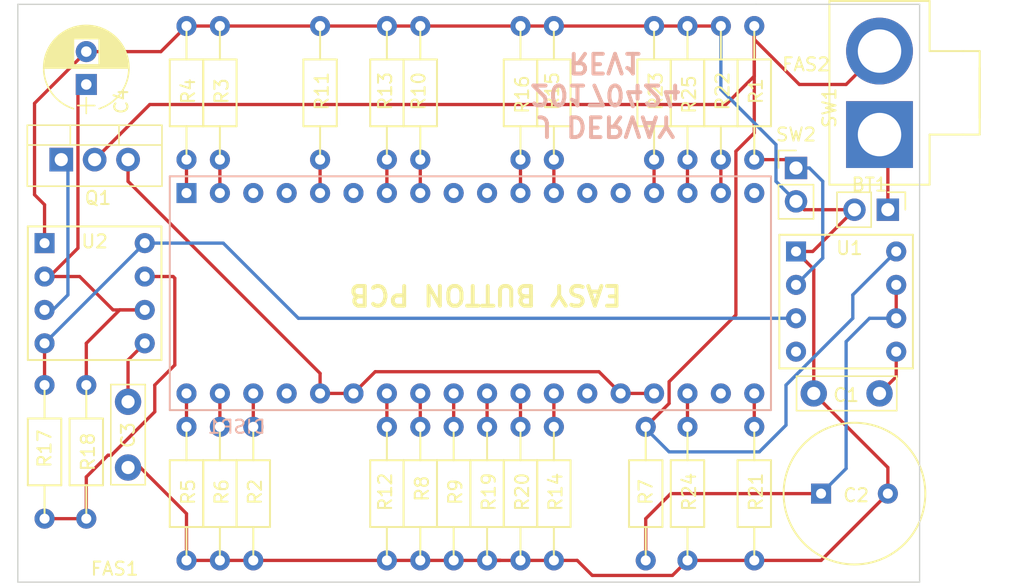
<source format=kicad_pcb>
(kicad_pcb (version 4) (host pcbnew 4.0.5)

  (general
    (links 0)
    (no_connects 0)
    (area 107.391999 78.689999 176.072001 122.732001)
    (thickness 1.6)
    (drawings 7)
    (tracks 146)
    (zones 0)
    (modules 38)
    (nets 46)
  )

  (page A4)
  (layers
    (0 F.Cu signal)
    (31 B.Cu signal)
    (32 B.Adhes user)
    (33 F.Adhes user)
    (34 B.Paste user)
    (35 F.Paste user)
    (36 B.SilkS user)
    (37 F.SilkS user)
    (38 B.Mask user)
    (39 F.Mask user)
    (40 Dwgs.User user)
    (41 Cmts.User user)
    (42 Eco1.User user)
    (43 Eco2.User user)
    (44 Edge.Cuts user)
    (45 Margin user)
    (46 B.CrtYd user)
    (47 F.CrtYd user)
    (48 B.Fab user)
    (49 F.Fab user)
  )

  (setup
    (last_trace_width 0.25)
    (trace_clearance 0.2)
    (zone_clearance 0.508)
    (zone_45_only no)
    (trace_min 0.2)
    (segment_width 0.2)
    (edge_width 0.1)
    (via_size 0.6)
    (via_drill 0.4)
    (via_min_size 0.4)
    (via_min_drill 0.3)
    (uvia_size 0.3)
    (uvia_drill 0.1)
    (uvias_allowed no)
    (uvia_min_size 0.2)
    (uvia_min_drill 0.1)
    (pcb_text_width 0.3)
    (pcb_text_size 1.5 1.5)
    (mod_edge_width 0.15)
    (mod_text_size 1 1)
    (mod_text_width 0.15)
    (pad_size 1.5 1.5)
    (pad_drill 0.6)
    (pad_to_mask_clearance 0)
    (aux_axis_origin 0 0)
    (visible_elements FFFEFF7F)
    (pcbplotparams
      (layerselection 0x00030_80000001)
      (usegerberextensions false)
      (excludeedgelayer true)
      (linewidth 0.100000)
      (plotframeref false)
      (viasonmask false)
      (mode 1)
      (useauxorigin false)
      (hpglpennumber 1)
      (hpglpenspeed 20)
      (hpglpendiameter 15)
      (hpglpenoverlay 2)
      (psnegative false)
      (psa4output false)
      (plotreference true)
      (plotvalue true)
      (plotinvisibletext false)
      (padsonsilk false)
      (subtractmaskfromsilk false)
      (outputformat 1)
      (mirror false)
      (drillshape 1)
      (scaleselection 1)
      (outputdirectory ""))
  )

  (net 0 "")
  (net 1 "Net-(BT1-Pad1)")
  (net 2 GND)
  (net 3 "Net-(C1-Pad1)")
  (net 4 "Net-(C2-Pad1)")
  (net 5 "Net-(C3-Pad1)")
  (net 6 "Net-(C4-Pad1)")
  (net 7 "Net-(DISP1-Pad1)")
  (net 8 "Net-(DISP1-Pad2)")
  (net 9 "Net-(DISP1-Pad3)")
  (net 10 "Net-(DISP1-Pad4)")
  (net 11 "Net-(DISP1-Pad5)")
  (net 12 "Net-(DISP1-Pad6)")
  (net 13 "Net-(DISP1-Pad7)")
  (net 14 "Net-(DISP1-Pad8)")
  (net 15 "Net-(DISP1-Pad9)")
  (net 16 "Net-(DISP1-Pad10)")
  (net 17 "Net-(DISP1-Pad11)")
  (net 18 "Net-(DISP1-Pad12)")
  (net 19 "Net-(DISP1-Pad13)")
  (net 20 "Net-(DISP1-Pad14)")
  (net 21 "Net-(DISP1-Pad15)")
  (net 22 "Net-(DISP1-Pad16)")
  (net 23 "Net-(DISP1-Pad17)")
  (net 24 "Net-(DISP1-Pad18)")
  (net 25 "Net-(DISP1-Pad19)")
  (net 26 "Net-(DISP1-Pad20)")
  (net 27 "Net-(DISP1-Pad21)")
  (net 28 "Net-(DISP1-Pad22)")
  (net 29 "Net-(DISP1-Pad24)")
  (net 30 "Net-(DISP1-Pad25)")
  (net 31 "Net-(DISP1-Pad26)")
  (net 32 "Net-(DISP1-Pad27)")
  (net 33 "Net-(DISP1-Pad28)")
  (net 34 "Net-(DISP1-Pad29)")
  (net 35 "Net-(DISP1-Pad30)")
  (net 36 "Net-(DISP1-Pad33)")
  (net 37 "Net-(DISP1-Pad34)")
  (net 38 "Net-(DISP1-Pad35)")
  (net 39 "Net-(DISP1-Pad36)")
  (net 40 "Net-(Q1-Pad1)")
  (net 41 "Net-(Q1-Pad2)")
  (net 42 "Net-(R1-Pad1)")
  (net 43 "Net-(R17-Pad1)")
  (net 44 "Net-(R17-Pad2)")
  (net 45 "Net-(U1-Pad4)")

  (net_class Default "This is the default net class."
    (clearance 0.2)
    (trace_width 0.25)
    (via_dia 0.6)
    (via_drill 0.4)
    (uvia_dia 0.3)
    (uvia_drill 0.1)
    (add_net GND)
    (add_net "Net-(BT1-Pad1)")
    (add_net "Net-(C1-Pad1)")
    (add_net "Net-(C2-Pad1)")
    (add_net "Net-(C3-Pad1)")
    (add_net "Net-(C4-Pad1)")
    (add_net "Net-(DISP1-Pad1)")
    (add_net "Net-(DISP1-Pad10)")
    (add_net "Net-(DISP1-Pad11)")
    (add_net "Net-(DISP1-Pad12)")
    (add_net "Net-(DISP1-Pad13)")
    (add_net "Net-(DISP1-Pad14)")
    (add_net "Net-(DISP1-Pad15)")
    (add_net "Net-(DISP1-Pad16)")
    (add_net "Net-(DISP1-Pad17)")
    (add_net "Net-(DISP1-Pad18)")
    (add_net "Net-(DISP1-Pad19)")
    (add_net "Net-(DISP1-Pad2)")
    (add_net "Net-(DISP1-Pad20)")
    (add_net "Net-(DISP1-Pad21)")
    (add_net "Net-(DISP1-Pad22)")
    (add_net "Net-(DISP1-Pad24)")
    (add_net "Net-(DISP1-Pad25)")
    (add_net "Net-(DISP1-Pad26)")
    (add_net "Net-(DISP1-Pad27)")
    (add_net "Net-(DISP1-Pad28)")
    (add_net "Net-(DISP1-Pad29)")
    (add_net "Net-(DISP1-Pad3)")
    (add_net "Net-(DISP1-Pad30)")
    (add_net "Net-(DISP1-Pad33)")
    (add_net "Net-(DISP1-Pad34)")
    (add_net "Net-(DISP1-Pad35)")
    (add_net "Net-(DISP1-Pad36)")
    (add_net "Net-(DISP1-Pad4)")
    (add_net "Net-(DISP1-Pad5)")
    (add_net "Net-(DISP1-Pad6)")
    (add_net "Net-(DISP1-Pad7)")
    (add_net "Net-(DISP1-Pad8)")
    (add_net "Net-(DISP1-Pad9)")
    (add_net "Net-(Q1-Pad1)")
    (add_net "Net-(Q1-Pad2)")
    (add_net "Net-(R1-Pad1)")
    (add_net "Net-(R17-Pad1)")
    (add_net "Net-(R17-Pad2)")
    (add_net "Net-(U1-Pad4)")
  )

  (module Capacitors_THT:CP_Radial_D6.3mm_P2.50mm (layer F.Cu) (tedit 58FE9BE9) (tstamp 58FD3D29)
    (at 112.649 84.836 90)
    (descr "CP, Radial series, Radial, pin pitch=2.50mm, , diameter=6.3mm, Electrolytic Capacitor")
    (tags "CP Radial series Radial pin pitch 2.50mm  diameter 6.3mm Electrolytic Capacitor")
    (path /58C29F15)
    (fp_text reference C4 (at -1.27 2.667 90) (layer F.SilkS)
      (effects (font (size 1 1) (thickness 0.15)))
    )
    (fp_text value .47u (at 1.25 4.21 90) (layer F.Fab)
      (effects (font (size 1 1) (thickness 0.15)))
    )
    (fp_arc (start 1.25 0) (end -1.838236 -0.98) (angle 144.8) (layer F.SilkS) (width 0.12))
    (fp_arc (start 1.25 0) (end -1.838236 0.98) (angle -144.8) (layer F.SilkS) (width 0.12))
    (fp_arc (start 1.25 0) (end 4.338236 -0.98) (angle 35.2) (layer F.SilkS) (width 0.12))
    (fp_circle (center 1.25 0) (end 4.4 0) (layer F.Fab) (width 0.1))
    (fp_line (start -2.2 0) (end -1 0) (layer F.Fab) (width 0.1))
    (fp_line (start -1.6 -0.65) (end -1.6 0.65) (layer F.Fab) (width 0.1))
    (fp_line (start 1.25 -3.2) (end 1.25 3.2) (layer F.SilkS) (width 0.12))
    (fp_line (start 1.29 -3.2) (end 1.29 3.2) (layer F.SilkS) (width 0.12))
    (fp_line (start 1.33 -3.2) (end 1.33 3.2) (layer F.SilkS) (width 0.12))
    (fp_line (start 1.37 -3.198) (end 1.37 3.198) (layer F.SilkS) (width 0.12))
    (fp_line (start 1.41 -3.197) (end 1.41 3.197) (layer F.SilkS) (width 0.12))
    (fp_line (start 1.45 -3.194) (end 1.45 3.194) (layer F.SilkS) (width 0.12))
    (fp_line (start 1.49 -3.192) (end 1.49 3.192) (layer F.SilkS) (width 0.12))
    (fp_line (start 1.53 -3.188) (end 1.53 -0.98) (layer F.SilkS) (width 0.12))
    (fp_line (start 1.53 0.98) (end 1.53 3.188) (layer F.SilkS) (width 0.12))
    (fp_line (start 1.57 -3.185) (end 1.57 -0.98) (layer F.SilkS) (width 0.12))
    (fp_line (start 1.57 0.98) (end 1.57 3.185) (layer F.SilkS) (width 0.12))
    (fp_line (start 1.61 -3.18) (end 1.61 -0.98) (layer F.SilkS) (width 0.12))
    (fp_line (start 1.61 0.98) (end 1.61 3.18) (layer F.SilkS) (width 0.12))
    (fp_line (start 1.65 -3.176) (end 1.65 -0.98) (layer F.SilkS) (width 0.12))
    (fp_line (start 1.65 0.98) (end 1.65 3.176) (layer F.SilkS) (width 0.12))
    (fp_line (start 1.69 -3.17) (end 1.69 -0.98) (layer F.SilkS) (width 0.12))
    (fp_line (start 1.69 0.98) (end 1.69 3.17) (layer F.SilkS) (width 0.12))
    (fp_line (start 1.73 -3.165) (end 1.73 -0.98) (layer F.SilkS) (width 0.12))
    (fp_line (start 1.73 0.98) (end 1.73 3.165) (layer F.SilkS) (width 0.12))
    (fp_line (start 1.77 -3.158) (end 1.77 -0.98) (layer F.SilkS) (width 0.12))
    (fp_line (start 1.77 0.98) (end 1.77 3.158) (layer F.SilkS) (width 0.12))
    (fp_line (start 1.81 -3.152) (end 1.81 -0.98) (layer F.SilkS) (width 0.12))
    (fp_line (start 1.81 0.98) (end 1.81 3.152) (layer F.SilkS) (width 0.12))
    (fp_line (start 1.85 -3.144) (end 1.85 -0.98) (layer F.SilkS) (width 0.12))
    (fp_line (start 1.85 0.98) (end 1.85 3.144) (layer F.SilkS) (width 0.12))
    (fp_line (start 1.89 -3.137) (end 1.89 -0.98) (layer F.SilkS) (width 0.12))
    (fp_line (start 1.89 0.98) (end 1.89 3.137) (layer F.SilkS) (width 0.12))
    (fp_line (start 1.93 -3.128) (end 1.93 -0.98) (layer F.SilkS) (width 0.12))
    (fp_line (start 1.93 0.98) (end 1.93 3.128) (layer F.SilkS) (width 0.12))
    (fp_line (start 1.971 -3.119) (end 1.971 -0.98) (layer F.SilkS) (width 0.12))
    (fp_line (start 1.971 0.98) (end 1.971 3.119) (layer F.SilkS) (width 0.12))
    (fp_line (start 2.011 -3.11) (end 2.011 -0.98) (layer F.SilkS) (width 0.12))
    (fp_line (start 2.011 0.98) (end 2.011 3.11) (layer F.SilkS) (width 0.12))
    (fp_line (start 2.051 -3.1) (end 2.051 -0.98) (layer F.SilkS) (width 0.12))
    (fp_line (start 2.051 0.98) (end 2.051 3.1) (layer F.SilkS) (width 0.12))
    (fp_line (start 2.091 -3.09) (end 2.091 -0.98) (layer F.SilkS) (width 0.12))
    (fp_line (start 2.091 0.98) (end 2.091 3.09) (layer F.SilkS) (width 0.12))
    (fp_line (start 2.131 -3.079) (end 2.131 -0.98) (layer F.SilkS) (width 0.12))
    (fp_line (start 2.131 0.98) (end 2.131 3.079) (layer F.SilkS) (width 0.12))
    (fp_line (start 2.171 -3.067) (end 2.171 -0.98) (layer F.SilkS) (width 0.12))
    (fp_line (start 2.171 0.98) (end 2.171 3.067) (layer F.SilkS) (width 0.12))
    (fp_line (start 2.211 -3.055) (end 2.211 -0.98) (layer F.SilkS) (width 0.12))
    (fp_line (start 2.211 0.98) (end 2.211 3.055) (layer F.SilkS) (width 0.12))
    (fp_line (start 2.251 -3.042) (end 2.251 -0.98) (layer F.SilkS) (width 0.12))
    (fp_line (start 2.251 0.98) (end 2.251 3.042) (layer F.SilkS) (width 0.12))
    (fp_line (start 2.291 -3.029) (end 2.291 -0.98) (layer F.SilkS) (width 0.12))
    (fp_line (start 2.291 0.98) (end 2.291 3.029) (layer F.SilkS) (width 0.12))
    (fp_line (start 2.331 -3.015) (end 2.331 -0.98) (layer F.SilkS) (width 0.12))
    (fp_line (start 2.331 0.98) (end 2.331 3.015) (layer F.SilkS) (width 0.12))
    (fp_line (start 2.371 -3.001) (end 2.371 -0.98) (layer F.SilkS) (width 0.12))
    (fp_line (start 2.371 0.98) (end 2.371 3.001) (layer F.SilkS) (width 0.12))
    (fp_line (start 2.411 -2.986) (end 2.411 -0.98) (layer F.SilkS) (width 0.12))
    (fp_line (start 2.411 0.98) (end 2.411 2.986) (layer F.SilkS) (width 0.12))
    (fp_line (start 2.451 -2.97) (end 2.451 -0.98) (layer F.SilkS) (width 0.12))
    (fp_line (start 2.451 0.98) (end 2.451 2.97) (layer F.SilkS) (width 0.12))
    (fp_line (start 2.491 -2.954) (end 2.491 -0.98) (layer F.SilkS) (width 0.12))
    (fp_line (start 2.491 0.98) (end 2.491 2.954) (layer F.SilkS) (width 0.12))
    (fp_line (start 2.531 -2.937) (end 2.531 -0.98) (layer F.SilkS) (width 0.12))
    (fp_line (start 2.531 0.98) (end 2.531 2.937) (layer F.SilkS) (width 0.12))
    (fp_line (start 2.571 -2.919) (end 2.571 -0.98) (layer F.SilkS) (width 0.12))
    (fp_line (start 2.571 0.98) (end 2.571 2.919) (layer F.SilkS) (width 0.12))
    (fp_line (start 2.611 -2.901) (end 2.611 -0.98) (layer F.SilkS) (width 0.12))
    (fp_line (start 2.611 0.98) (end 2.611 2.901) (layer F.SilkS) (width 0.12))
    (fp_line (start 2.651 -2.882) (end 2.651 -0.98) (layer F.SilkS) (width 0.12))
    (fp_line (start 2.651 0.98) (end 2.651 2.882) (layer F.SilkS) (width 0.12))
    (fp_line (start 2.691 -2.863) (end 2.691 -0.98) (layer F.SilkS) (width 0.12))
    (fp_line (start 2.691 0.98) (end 2.691 2.863) (layer F.SilkS) (width 0.12))
    (fp_line (start 2.731 -2.843) (end 2.731 -0.98) (layer F.SilkS) (width 0.12))
    (fp_line (start 2.731 0.98) (end 2.731 2.843) (layer F.SilkS) (width 0.12))
    (fp_line (start 2.771 -2.822) (end 2.771 -0.98) (layer F.SilkS) (width 0.12))
    (fp_line (start 2.771 0.98) (end 2.771 2.822) (layer F.SilkS) (width 0.12))
    (fp_line (start 2.811 -2.8) (end 2.811 -0.98) (layer F.SilkS) (width 0.12))
    (fp_line (start 2.811 0.98) (end 2.811 2.8) (layer F.SilkS) (width 0.12))
    (fp_line (start 2.851 -2.778) (end 2.851 -0.98) (layer F.SilkS) (width 0.12))
    (fp_line (start 2.851 0.98) (end 2.851 2.778) (layer F.SilkS) (width 0.12))
    (fp_line (start 2.891 -2.755) (end 2.891 -0.98) (layer F.SilkS) (width 0.12))
    (fp_line (start 2.891 0.98) (end 2.891 2.755) (layer F.SilkS) (width 0.12))
    (fp_line (start 2.931 -2.731) (end 2.931 -0.98) (layer F.SilkS) (width 0.12))
    (fp_line (start 2.931 0.98) (end 2.931 2.731) (layer F.SilkS) (width 0.12))
    (fp_line (start 2.971 -2.706) (end 2.971 -0.98) (layer F.SilkS) (width 0.12))
    (fp_line (start 2.971 0.98) (end 2.971 2.706) (layer F.SilkS) (width 0.12))
    (fp_line (start 3.011 -2.681) (end 3.011 -0.98) (layer F.SilkS) (width 0.12))
    (fp_line (start 3.011 0.98) (end 3.011 2.681) (layer F.SilkS) (width 0.12))
    (fp_line (start 3.051 -2.654) (end 3.051 -0.98) (layer F.SilkS) (width 0.12))
    (fp_line (start 3.051 0.98) (end 3.051 2.654) (layer F.SilkS) (width 0.12))
    (fp_line (start 3.091 -2.627) (end 3.091 -0.98) (layer F.SilkS) (width 0.12))
    (fp_line (start 3.091 0.98) (end 3.091 2.627) (layer F.SilkS) (width 0.12))
    (fp_line (start 3.131 -2.599) (end 3.131 -0.98) (layer F.SilkS) (width 0.12))
    (fp_line (start 3.131 0.98) (end 3.131 2.599) (layer F.SilkS) (width 0.12))
    (fp_line (start 3.171 -2.57) (end 3.171 -0.98) (layer F.SilkS) (width 0.12))
    (fp_line (start 3.171 0.98) (end 3.171 2.57) (layer F.SilkS) (width 0.12))
    (fp_line (start 3.211 -2.54) (end 3.211 -0.98) (layer F.SilkS) (width 0.12))
    (fp_line (start 3.211 0.98) (end 3.211 2.54) (layer F.SilkS) (width 0.12))
    (fp_line (start 3.251 -2.51) (end 3.251 -0.98) (layer F.SilkS) (width 0.12))
    (fp_line (start 3.251 0.98) (end 3.251 2.51) (layer F.SilkS) (width 0.12))
    (fp_line (start 3.291 -2.478) (end 3.291 -0.98) (layer F.SilkS) (width 0.12))
    (fp_line (start 3.291 0.98) (end 3.291 2.478) (layer F.SilkS) (width 0.12))
    (fp_line (start 3.331 -2.445) (end 3.331 -0.98) (layer F.SilkS) (width 0.12))
    (fp_line (start 3.331 0.98) (end 3.331 2.445) (layer F.SilkS) (width 0.12))
    (fp_line (start 3.371 -2.411) (end 3.371 -0.98) (layer F.SilkS) (width 0.12))
    (fp_line (start 3.371 0.98) (end 3.371 2.411) (layer F.SilkS) (width 0.12))
    (fp_line (start 3.411 -2.375) (end 3.411 -0.98) (layer F.SilkS) (width 0.12))
    (fp_line (start 3.411 0.98) (end 3.411 2.375) (layer F.SilkS) (width 0.12))
    (fp_line (start 3.451 -2.339) (end 3.451 -0.98) (layer F.SilkS) (width 0.12))
    (fp_line (start 3.451 0.98) (end 3.451 2.339) (layer F.SilkS) (width 0.12))
    (fp_line (start 3.491 -2.301) (end 3.491 2.301) (layer F.SilkS) (width 0.12))
    (fp_line (start 3.531 -2.262) (end 3.531 2.262) (layer F.SilkS) (width 0.12))
    (fp_line (start 3.571 -2.222) (end 3.571 2.222) (layer F.SilkS) (width 0.12))
    (fp_line (start 3.611 -2.18) (end 3.611 2.18) (layer F.SilkS) (width 0.12))
    (fp_line (start 3.651 -2.137) (end 3.651 2.137) (layer F.SilkS) (width 0.12))
    (fp_line (start 3.691 -2.092) (end 3.691 2.092) (layer F.SilkS) (width 0.12))
    (fp_line (start 3.731 -2.045) (end 3.731 2.045) (layer F.SilkS) (width 0.12))
    (fp_line (start 3.771 -1.997) (end 3.771 1.997) (layer F.SilkS) (width 0.12))
    (fp_line (start 3.811 -1.946) (end 3.811 1.946) (layer F.SilkS) (width 0.12))
    (fp_line (start 3.851 -1.894) (end 3.851 1.894) (layer F.SilkS) (width 0.12))
    (fp_line (start 3.891 -1.839) (end 3.891 1.839) (layer F.SilkS) (width 0.12))
    (fp_line (start 3.931 -1.781) (end 3.931 1.781) (layer F.SilkS) (width 0.12))
    (fp_line (start 3.971 -1.721) (end 3.971 1.721) (layer F.SilkS) (width 0.12))
    (fp_line (start 4.011 -1.658) (end 4.011 1.658) (layer F.SilkS) (width 0.12))
    (fp_line (start 4.051 -1.591) (end 4.051 1.591) (layer F.SilkS) (width 0.12))
    (fp_line (start 4.091 -1.52) (end 4.091 1.52) (layer F.SilkS) (width 0.12))
    (fp_line (start 4.131 -1.445) (end 4.131 1.445) (layer F.SilkS) (width 0.12))
    (fp_line (start 4.171 -1.364) (end 4.171 1.364) (layer F.SilkS) (width 0.12))
    (fp_line (start 4.211 -1.278) (end 4.211 1.278) (layer F.SilkS) (width 0.12))
    (fp_line (start 4.251 -1.184) (end 4.251 1.184) (layer F.SilkS) (width 0.12))
    (fp_line (start 4.291 -1.081) (end 4.291 1.081) (layer F.SilkS) (width 0.12))
    (fp_line (start 4.331 -0.966) (end 4.331 0.966) (layer F.SilkS) (width 0.12))
    (fp_line (start 4.371 -0.834) (end 4.371 0.834) (layer F.SilkS) (width 0.12))
    (fp_line (start 4.411 -0.676) (end 4.411 0.676) (layer F.SilkS) (width 0.12))
    (fp_line (start 4.451 -0.468) (end 4.451 0.468) (layer F.SilkS) (width 0.12))
    (fp_line (start -2.2 0) (end -1 0) (layer F.SilkS) (width 0.12))
    (fp_line (start -1.6 -0.65) (end -1.6 0.65) (layer F.SilkS) (width 0.12))
    (fp_line (start -2.25 -3.5) (end -2.25 3.5) (layer F.CrtYd) (width 0.05))
    (fp_line (start -2.25 3.5) (end 4.75 3.5) (layer F.CrtYd) (width 0.05))
    (fp_line (start 4.75 3.5) (end 4.75 -3.5) (layer F.CrtYd) (width 0.05))
    (fp_line (start 4.75 -3.5) (end -2.25 -3.5) (layer F.CrtYd) (width 0.05))
    (pad 1 thru_hole rect (at 0 0 90) (size 1.6 1.6) (drill 0.8) (layers *.Cu *.Mask)
      (net 6 "Net-(C4-Pad1)"))
    (pad 2 thru_hole circle (at 2.5 0 90) (size 1.6 1.6) (drill 0.8) (layers *.Cu *.Mask)
      (net 2 GND))
    (model Capacitors_ThroughHole.3dshapes/C_Radial_D5_L11_P2.5.wrl
      (at (xyz 0.05 0 0))
      (scale (xyz 1 1 1))
      (rotate (xyz 0 0 90))
    )
  )

  (module Capacitors_THT:C_Disc_D7.5mm_W2.5mm_P5.00mm (layer F.Cu) (tedit 58FE9B97) (tstamp 58FD3C95)
    (at 115.824 108.966 270)
    (descr "C, Disc series, Radial, pin pitch=5.00mm, , diameter*width=7.5*2.5mm^2, Capacitor, http://www.vishay.com/docs/28535/vy2series.pdf")
    (tags "C Disc series Radial pin pitch 5.00mm  diameter 7.5mm width 2.5mm Capacitor")
    (path /58C2932E)
    (fp_text reference C3 (at 2.54 0 270) (layer F.SilkS)
      (effects (font (size 1 1) (thickness 0.15)))
    )
    (fp_text value .01u (at 2.5 2.31 270) (layer F.Fab)
      (effects (font (size 1 1) (thickness 0.15)))
    )
    (fp_line (start -1.25 -1.25) (end -1.25 1.25) (layer F.Fab) (width 0.1))
    (fp_line (start -1.25 1.25) (end 6.25 1.25) (layer F.Fab) (width 0.1))
    (fp_line (start 6.25 1.25) (end 6.25 -1.25) (layer F.Fab) (width 0.1))
    (fp_line (start 6.25 -1.25) (end -1.25 -1.25) (layer F.Fab) (width 0.1))
    (fp_line (start -1.31 -1.31) (end 6.31 -1.31) (layer F.SilkS) (width 0.12))
    (fp_line (start -1.31 1.31) (end 6.31 1.31) (layer F.SilkS) (width 0.12))
    (fp_line (start -1.31 -1.31) (end -1.31 1.31) (layer F.SilkS) (width 0.12))
    (fp_line (start 6.31 -1.31) (end 6.31 1.31) (layer F.SilkS) (width 0.12))
    (fp_line (start -1.6 -1.6) (end -1.6 1.6) (layer F.CrtYd) (width 0.05))
    (fp_line (start -1.6 1.6) (end 6.6 1.6) (layer F.CrtYd) (width 0.05))
    (fp_line (start 6.6 1.6) (end 6.6 -1.6) (layer F.CrtYd) (width 0.05))
    (fp_line (start 6.6 -1.6) (end -1.6 -1.6) (layer F.CrtYd) (width 0.05))
    (pad 1 thru_hole circle (at 0 0 270) (size 2 2) (drill 1) (layers *.Cu *.Mask)
      (net 5 "Net-(C3-Pad1)"))
    (pad 2 thru_hole circle (at 5 0 270) (size 2 2) (drill 1) (layers *.Cu *.Mask)
      (net 2 GND))
    (model Capacitors_ThroughHole.3dshapes/C_Disc_D6_P5.wrl
      (at (xyz 0.1 0 0))
      (scale (xyz 1 1 1))
      (rotate (xyz 0 0 0))
    )
  )

  (module Capacitors_THT:C_Disc_D7.5mm_W2.5mm_P5.00mm (layer F.Cu) (tedit 58FE9B5F) (tstamp 58FD3C7C)
    (at 172.974 108.331 180)
    (descr "C, Disc series, Radial, pin pitch=5.00mm, , diameter*width=7.5*2.5mm^2, Capacitor, http://www.vishay.com/docs/28535/vy2series.pdf")
    (tags "C Disc series Radial pin pitch 5.00mm  diameter 7.5mm width 2.5mm Capacitor")
    (path /58C28A29)
    (fp_text reference C1 (at 2.54 -0.127 180) (layer F.SilkS)
      (effects (font (size 1 1) (thickness 0.15)))
    )
    (fp_text value .01u (at 2.5 2.31 180) (layer F.Fab)
      (effects (font (size 1 1) (thickness 0.15)))
    )
    (fp_line (start -1.25 -1.25) (end -1.25 1.25) (layer F.Fab) (width 0.1))
    (fp_line (start -1.25 1.25) (end 6.25 1.25) (layer F.Fab) (width 0.1))
    (fp_line (start 6.25 1.25) (end 6.25 -1.25) (layer F.Fab) (width 0.1))
    (fp_line (start 6.25 -1.25) (end -1.25 -1.25) (layer F.Fab) (width 0.1))
    (fp_line (start -1.31 -1.31) (end 6.31 -1.31) (layer F.SilkS) (width 0.12))
    (fp_line (start -1.31 1.31) (end 6.31 1.31) (layer F.SilkS) (width 0.12))
    (fp_line (start -1.31 -1.31) (end -1.31 1.31) (layer F.SilkS) (width 0.12))
    (fp_line (start 6.31 -1.31) (end 6.31 1.31) (layer F.SilkS) (width 0.12))
    (fp_line (start -1.6 -1.6) (end -1.6 1.6) (layer F.CrtYd) (width 0.05))
    (fp_line (start -1.6 1.6) (end 6.6 1.6) (layer F.CrtYd) (width 0.05))
    (fp_line (start 6.6 1.6) (end 6.6 -1.6) (layer F.CrtYd) (width 0.05))
    (fp_line (start 6.6 -1.6) (end -1.6 -1.6) (layer F.CrtYd) (width 0.05))
    (pad 1 thru_hole circle (at 0 0 180) (size 2 2) (drill 1) (layers *.Cu *.Mask)
      (net 3 "Net-(C1-Pad1)"))
    (pad 2 thru_hole circle (at 5 0 180) (size 2 2) (drill 1) (layers *.Cu *.Mask)
      (net 2 GND))
    (model Capacitors_ThroughHole.3dshapes/C_Disc_D6_P5.wrl
      (at (xyz 0.1 0 0))
      (scale (xyz 1 1 1))
      (rotate (xyz 0 0 0))
    )
  )

  (module TO_SOT_Packages_THT:TO-220_Vertical (layer F.Cu) (tedit 58FE9BE3) (tstamp 58FD3D6F)
    (at 110.744 90.551)
    (descr "TO-220, Vertical, RM 2.54mm")
    (tags "TO-220 Vertical RM 2.54mm")
    (path /58FDC87D)
    (fp_text reference Q1 (at 2.794 2.921) (layer F.SilkS)
      (effects (font (size 1 1) (thickness 0.15)))
    )
    (fp_text value "Power Transistor" (at 2.54 3.92) (layer F.Fab)
      (effects (font (size 1 1) (thickness 0.15)))
    )
    (fp_text user %R (at 2.794 2.921) (layer F.Fab)
      (effects (font (size 1 1) (thickness 0.15)))
    )
    (fp_line (start -2.46 -2.5) (end -2.46 1.9) (layer F.Fab) (width 0.1))
    (fp_line (start -2.46 1.9) (end 7.54 1.9) (layer F.Fab) (width 0.1))
    (fp_line (start 7.54 1.9) (end 7.54 -2.5) (layer F.Fab) (width 0.1))
    (fp_line (start 7.54 -2.5) (end -2.46 -2.5) (layer F.Fab) (width 0.1))
    (fp_line (start -2.46 -1.23) (end 7.54 -1.23) (layer F.Fab) (width 0.1))
    (fp_line (start 0.69 -2.5) (end 0.69 -1.23) (layer F.Fab) (width 0.1))
    (fp_line (start 4.39 -2.5) (end 4.39 -1.23) (layer F.Fab) (width 0.1))
    (fp_line (start -2.58 -2.62) (end 7.66 -2.62) (layer F.SilkS) (width 0.12))
    (fp_line (start -2.58 2.021) (end 7.66 2.021) (layer F.SilkS) (width 0.12))
    (fp_line (start -2.58 -2.62) (end -2.58 2.021) (layer F.SilkS) (width 0.12))
    (fp_line (start 7.66 -2.62) (end 7.66 2.021) (layer F.SilkS) (width 0.12))
    (fp_line (start -2.58 -1.11) (end 7.66 -1.11) (layer F.SilkS) (width 0.12))
    (fp_line (start 0.69 -2.62) (end 0.69 -1.11) (layer F.SilkS) (width 0.12))
    (fp_line (start 4.391 -2.62) (end 4.391 -1.11) (layer F.SilkS) (width 0.12))
    (fp_line (start -2.71 -2.75) (end -2.71 2.16) (layer F.CrtYd) (width 0.05))
    (fp_line (start -2.71 2.16) (end 7.79 2.16) (layer F.CrtYd) (width 0.05))
    (fp_line (start 7.79 2.16) (end 7.79 -2.75) (layer F.CrtYd) (width 0.05))
    (fp_line (start 7.79 -2.75) (end -2.71 -2.75) (layer F.CrtYd) (width 0.05))
    (pad 1 thru_hole rect (at 0 0) (size 1.8 1.8) (drill 1) (layers *.Cu *.Mask)
      (net 40 "Net-(Q1-Pad1)"))
    (pad 2 thru_hole oval (at 2.54 0) (size 1.8 1.8) (drill 1) (layers *.Cu *.Mask)
      (net 41 "Net-(Q1-Pad2)"))
    (pad 3 thru_hole oval (at 5.08 0) (size 1.8 1.8) (drill 1) (layers *.Cu *.Mask)
      (net 28 "Net-(DISP1-Pad22)"))
    (model ${KISYS3DMOD}/TO_SOT_Packages_THT.3dshapes/TO-220_Vertical.wrl
      (at (xyz 0 0 0))
      (scale (xyz 0.393701 0.1 0.1))
      (rotate (xyz 0 0 0))
    )
    (model TO_SOT_Packages_THT.3dshapes/TO-220_Neutral123_Vertical.wrl
      (at (xyz 0.1 0 0))
      (scale (xyz 0.3937 0.3937 0.3937))
      (rotate (xyz 0 0 0))
    )
  )

  (module Socket_Strips:Socket_Strip_Straight_1x02_Pitch2.54mm (layer F.Cu) (tedit 58FE9B53) (tstamp 58FD3C6A)
    (at 173.609 94.361 270)
    (descr "Through hole straight socket strip, 1x02, 2.54mm pitch, single row")
    (tags "Through hole socket strip THT 1x02 2.54mm single row")
    (path /58C1F127)
    (fp_text reference BT1 (at -1.905 1.397 360) (layer F.SilkS)
      (effects (font (size 1 1) (thickness 0.15)))
    )
    (fp_text value 9V (at 0 4.87 270) (layer F.Fab)
      (effects (font (size 1 1) (thickness 0.15)))
    )
    (fp_line (start -1.27 -1.27) (end -1.27 3.81) (layer F.Fab) (width 0.1))
    (fp_line (start -1.27 3.81) (end 1.27 3.81) (layer F.Fab) (width 0.1))
    (fp_line (start 1.27 3.81) (end 1.27 -1.27) (layer F.Fab) (width 0.1))
    (fp_line (start 1.27 -1.27) (end -1.27 -1.27) (layer F.Fab) (width 0.1))
    (fp_line (start -1.33 1.27) (end -1.33 3.87) (layer F.SilkS) (width 0.12))
    (fp_line (start -1.33 3.87) (end 1.33 3.87) (layer F.SilkS) (width 0.12))
    (fp_line (start 1.33 3.87) (end 1.33 1.27) (layer F.SilkS) (width 0.12))
    (fp_line (start 1.33 1.27) (end -1.33 1.27) (layer F.SilkS) (width 0.12))
    (fp_line (start -1.33 0) (end -1.33 -1.33) (layer F.SilkS) (width 0.12))
    (fp_line (start -1.33 -1.33) (end 0 -1.33) (layer F.SilkS) (width 0.12))
    (fp_line (start -1.8 -1.8) (end -1.8 4.35) (layer F.CrtYd) (width 0.05))
    (fp_line (start -1.8 4.35) (end 1.8 4.35) (layer F.CrtYd) (width 0.05))
    (fp_line (start 1.8 4.35) (end 1.8 -1.8) (layer F.CrtYd) (width 0.05))
    (fp_line (start 1.8 -1.8) (end -1.8 -1.8) (layer F.CrtYd) (width 0.05))
    (fp_text user %R (at -1.905 1.397 360) (layer F.Fab)
      (effects (font (size 1 1) (thickness 0.15)))
    )
    (pad 1 thru_hole rect (at 0 0 270) (size 1.7 1.7) (drill 1) (layers *.Cu *.Mask)
      (net 1 "Net-(BT1-Pad1)"))
    (pad 2 thru_hole oval (at 0 2.54 270) (size 1.7 1.7) (drill 1) (layers *.Cu *.Mask)
      (net 2 GND))
    (model ${KISYS3DMOD}/Socket_Strips.3dshapes/Socket_Strip_Straight_1x02_Pitch2.54mm.wrl
      (at (xyz 0 -0.05 0))
      (scale (xyz 1 1 1))
      (rotate (xyz 0 0 270))
    )
  )

  (module AAA_Myfootprints:rad_cap (layer F.Cu) (tedit 58FE9B5C) (tstamp 58FD3C83)
    (at 171.069 115.951)
    (path /58BF7235)
    (fp_text reference C2 (at 0.127 0.127) (layer F.SilkS)
      (effects (font (size 1 1) (thickness 0.15)))
    )
    (fp_text value 470u (at 0 6.35) (layer F.Fab)
      (effects (font (size 1 1) (thickness 0.15)))
    )
    (fp_circle (center 0 0) (end -3.81 3.81) (layer F.SilkS) (width 0.15))
    (pad 1 thru_hole rect (at -2.54 0) (size 1.524 1.524) (drill 0.762) (layers *.Cu *.Mask)
      (net 4 "Net-(C2-Pad1)"))
    (pad 2 thru_hole circle (at 2.54 0) (size 1.524 1.524) (drill 0.762) (layers *.Cu *.Mask)
      (net 2 GND))
    (model ../../../../../../Users/Jim/Downloads/rad_cap.wrl
      (at (xyz 0 0 0))
      (scale (xyz 0.4 0.4 0.4))
      (rotate (xyz 0 0 180))
    )
  )

  (module AAA_Myfootprints:4Digit7SegmentLED (layer B.Cu) (tedit 58C36B46) (tstamp 58FD3D55)
    (at 141.859 100.711)
    (path /58C30B98)
    (fp_text reference DISP1 (at -17.78 10.16) (layer B.SilkS)
      (effects (font (size 1 1) (thickness 0.15)) (justify mirror))
    )
    (fp_text value CA56-11 (at 0 -10.16) (layer B.Fab)
      (effects (font (size 1 1) (thickness 0.15)) (justify mirror))
    )
    (fp_line (start -22.86 8.89) (end -22.86 -8.89) (layer B.SilkS) (width 0.15))
    (fp_line (start -22.86 -8.89) (end 22.86 -8.89) (layer B.SilkS) (width 0.15))
    (fp_line (start 22.86 -8.89) (end 22.86 8.89) (layer B.SilkS) (width 0.15))
    (fp_line (start 22.86 8.89) (end -22.86 8.89) (layer B.SilkS) (width 0.15))
    (pad 1 thru_hole rect (at -21.59 -7.62) (size 1.524 1.524) (drill 0.762) (layers *.Cu *.Mask)
      (net 7 "Net-(DISP1-Pad1)"))
    (pad 2 thru_hole circle (at -19.05 -7.62) (size 1.524 1.524) (drill 0.762) (layers *.Cu *.Mask)
      (net 8 "Net-(DISP1-Pad2)"))
    (pad 3 thru_hole circle (at -16.51 -7.62) (size 1.524 1.524) (drill 0.762) (layers *.Cu *.Mask)
      (net 9 "Net-(DISP1-Pad3)"))
    (pad 4 thru_hole circle (at -13.97 -7.62) (size 1.524 1.524) (drill 0.762) (layers *.Cu *.Mask)
      (net 10 "Net-(DISP1-Pad4)"))
    (pad 5 thru_hole circle (at -11.43 -7.62) (size 1.524 1.524) (drill 0.762) (layers *.Cu *.Mask)
      (net 11 "Net-(DISP1-Pad5)"))
    (pad 6 thru_hole circle (at -8.89 -7.62) (size 1.524 1.524) (drill 0.762) (layers *.Cu *.Mask)
      (net 12 "Net-(DISP1-Pad6)"))
    (pad 7 thru_hole circle (at -6.35 -7.62) (size 1.524 1.524) (drill 0.762) (layers *.Cu *.Mask)
      (net 13 "Net-(DISP1-Pad7)"))
    (pad 8 thru_hole circle (at -3.81 -7.62) (size 1.524 1.524) (drill 0.762) (layers *.Cu *.Mask)
      (net 14 "Net-(DISP1-Pad8)"))
    (pad 9 thru_hole circle (at -1.27 -7.62) (size 1.524 1.524) (drill 0.762) (layers *.Cu *.Mask)
      (net 15 "Net-(DISP1-Pad9)"))
    (pad 10 thru_hole circle (at 1.27 -7.62) (size 1.524 1.524) (drill 0.762) (layers *.Cu *.Mask)
      (net 16 "Net-(DISP1-Pad10)"))
    (pad 11 thru_hole circle (at 3.81 -7.62) (size 1.524 1.524) (drill 0.762) (layers *.Cu *.Mask)
      (net 17 "Net-(DISP1-Pad11)"))
    (pad 12 thru_hole circle (at 6.35 -7.62) (size 1.524 1.524) (drill 0.762) (layers *.Cu *.Mask)
      (net 18 "Net-(DISP1-Pad12)"))
    (pad 13 thru_hole circle (at 8.89 -7.62) (size 1.524 1.524) (drill 0.762) (layers *.Cu *.Mask)
      (net 19 "Net-(DISP1-Pad13)"))
    (pad 14 thru_hole circle (at 11.43 -7.62) (size 1.524 1.524) (drill 0.762) (layers *.Cu *.Mask)
      (net 20 "Net-(DISP1-Pad14)"))
    (pad 15 thru_hole circle (at 13.97 -7.62) (size 1.524 1.524) (drill 0.762) (layers *.Cu *.Mask)
      (net 21 "Net-(DISP1-Pad15)"))
    (pad 16 thru_hole circle (at 16.51 -7.62) (size 1.524 1.524) (drill 0.762) (layers *.Cu *.Mask)
      (net 22 "Net-(DISP1-Pad16)"))
    (pad 17 thru_hole circle (at 19.05 -7.62) (size 1.524 1.524) (drill 0.762) (layers *.Cu *.Mask)
      (net 23 "Net-(DISP1-Pad17)"))
    (pad 18 thru_hole circle (at 21.59 -7.62) (size 1.524 1.524) (drill 0.762) (layers *.Cu *.Mask)
      (net 24 "Net-(DISP1-Pad18)"))
    (pad 19 thru_hole circle (at 21.59 7.62) (size 1.524 1.524) (drill 0.762) (layers *.Cu *.Mask)
      (net 25 "Net-(DISP1-Pad19)"))
    (pad 20 thru_hole circle (at 19.05 7.62) (size 1.524 1.524) (drill 0.762) (layers *.Cu *.Mask)
      (net 26 "Net-(DISP1-Pad20)"))
    (pad 21 thru_hole circle (at 16.51 7.62) (size 1.524 1.524) (drill 0.762) (layers *.Cu *.Mask)
      (net 27 "Net-(DISP1-Pad21)"))
    (pad 22 thru_hole circle (at 13.97 7.62) (size 1.524 1.524) (drill 0.762) (layers *.Cu *.Mask)
      (net 28 "Net-(DISP1-Pad22)"))
    (pad 23 thru_hole circle (at 11.43 7.62) (size 1.524 1.524) (drill 0.762) (layers *.Cu *.Mask)
      (net 28 "Net-(DISP1-Pad22)"))
    (pad 24 thru_hole circle (at 8.89 7.62) (size 1.524 1.524) (drill 0.762) (layers *.Cu *.Mask)
      (net 29 "Net-(DISP1-Pad24)"))
    (pad 25 thru_hole circle (at 6.35 7.62) (size 1.524 1.524) (drill 0.762) (layers *.Cu *.Mask)
      (net 30 "Net-(DISP1-Pad25)"))
    (pad 26 thru_hole circle (at 3.81 7.62) (size 1.524 1.524) (drill 0.762) (layers *.Cu *.Mask)
      (net 31 "Net-(DISP1-Pad26)"))
    (pad 27 thru_hole circle (at 1.27 7.62) (size 1.524 1.524) (drill 0.762) (layers *.Cu *.Mask)
      (net 32 "Net-(DISP1-Pad27)"))
    (pad 28 thru_hole circle (at -1.27 7.62) (size 1.524 1.524) (drill 0.762) (layers *.Cu *.Mask)
      (net 33 "Net-(DISP1-Pad28)"))
    (pad 29 thru_hole circle (at -3.81 7.62) (size 1.524 1.524) (drill 0.762) (layers *.Cu *.Mask)
      (net 34 "Net-(DISP1-Pad29)"))
    (pad 30 thru_hole circle (at -6.35 7.62) (size 1.524 1.524) (drill 0.762) (layers *.Cu *.Mask)
      (net 35 "Net-(DISP1-Pad30)"))
    (pad 31 thru_hole circle (at -8.89 7.62) (size 1.524 1.524) (drill 0.762) (layers *.Cu *.Mask)
      (net 28 "Net-(DISP1-Pad22)"))
    (pad 32 thru_hole circle (at -11.43 7.62) (size 1.524 1.524) (drill 0.762) (layers *.Cu *.Mask)
      (net 28 "Net-(DISP1-Pad22)"))
    (pad 33 thru_hole circle (at -13.97 7.62) (size 1.524 1.524) (drill 0.762) (layers *.Cu *.Mask)
      (net 36 "Net-(DISP1-Pad33)"))
    (pad 34 thru_hole circle (at -16.51 7.62) (size 1.524 1.524) (drill 0.762) (layers *.Cu *.Mask)
      (net 37 "Net-(DISP1-Pad34)"))
    (pad 35 thru_hole circle (at -19.05 7.62) (size 1.524 1.524) (drill 0.762) (layers *.Cu *.Mask)
      (net 38 "Net-(DISP1-Pad35)"))
    (pad 36 thru_hole circle (at -21.59 7.62) (size 1.524 1.524) (drill 0.762) (layers *.Cu *.Mask)
      (net 39 "Net-(DISP1-Pad36)"))
    (model ../../../../../../Users/Jim/Documents/KiCad/555/segmentLED.wrl
      (at (xyz 0 0 0))
      (scale (xyz 0.368 0.388 0.375))
      (rotate (xyz 0 0 0))
    )
  )

  (module AAA_Myfootprints:Resistor_THT (layer F.Cu) (tedit 58FE97FF) (tstamp 58FD3D7C)
    (at 163.449 90.551 90)
    (tags "resistor, tht")
    (path /58BF7563)
    (fp_text reference R1 (at 5.207 0.127 90) (layer F.SilkS)
      (effects (font (size 1 1) (thickness 0.15)))
    )
    (fp_text value 10k (at 5.08 2.54 90) (layer F.Fab)
      (effects (font (size 1 1) (thickness 0.15)))
    )
    (fp_line (start 7.62 0) (end 10.16 0) (layer F.SilkS) (width 0.15))
    (fp_line (start 0 0) (end 2.54 0) (layer F.SilkS) (width 0.15))
    (fp_line (start 2.54 0) (end 2.54 -1.27) (layer F.SilkS) (width 0.15))
    (fp_line (start 2.54 -1.27) (end 7.62 -1.27) (layer F.SilkS) (width 0.15))
    (fp_line (start 7.62 -1.27) (end 7.62 1.27) (layer F.SilkS) (width 0.15))
    (fp_line (start 7.62 1.27) (end 2.54 1.27) (layer F.SilkS) (width 0.15))
    (fp_line (start 2.54 1.27) (end 2.54 0) (layer F.SilkS) (width 0.15))
    (pad 1 thru_hole circle (at 0 0 90) (size 1.524 1.524) (drill 0.762) (layers *.Cu *.Mask)
      (net 42 "Net-(R1-Pad1)"))
    (pad 2 thru_hole circle (at 10.16 0 90) (size 1.524 1.524) (drill 0.762) (layers *.Cu *.Mask)
      (net 41 "Net-(Q1-Pad2)"))
    (model Resistors_ThroughHole.3dshapes/Resistor_Horizontal_RM15mm.wrl
      (at (xyz 0.2 0 0))
      (scale (xyz 0.27 0.27 0.27))
      (rotate (xyz 0 0 0))
    )
  )

  (module AAA_Myfootprints:Resistor_THT (layer F.Cu) (tedit 58FE9B94) (tstamp 58FD3D89)
    (at 125.349 110.871 270)
    (tags "resistor, tht")
    (path /58C3BE57)
    (fp_text reference R2 (at 4.953 -0.127 270) (layer F.SilkS)
      (effects (font (size 1 1) (thickness 0.15)))
    )
    (fp_text value 220 (at 5.08 2.54 270) (layer F.Fab)
      (effects (font (size 1 1) (thickness 0.15)))
    )
    (fp_line (start 7.62 0) (end 10.16 0) (layer F.SilkS) (width 0.15))
    (fp_line (start 0 0) (end 2.54 0) (layer F.SilkS) (width 0.15))
    (fp_line (start 2.54 0) (end 2.54 -1.27) (layer F.SilkS) (width 0.15))
    (fp_line (start 2.54 -1.27) (end 7.62 -1.27) (layer F.SilkS) (width 0.15))
    (fp_line (start 7.62 -1.27) (end 7.62 1.27) (layer F.SilkS) (width 0.15))
    (fp_line (start 7.62 1.27) (end 2.54 1.27) (layer F.SilkS) (width 0.15))
    (fp_line (start 2.54 1.27) (end 2.54 0) (layer F.SilkS) (width 0.15))
    (pad 1 thru_hole circle (at 0 0 270) (size 1.524 1.524) (drill 0.762) (layers *.Cu *.Mask)
      (net 37 "Net-(DISP1-Pad34)"))
    (pad 2 thru_hole circle (at 10.16 0 270) (size 1.524 1.524) (drill 0.762) (layers *.Cu *.Mask)
      (net 2 GND))
    (model Resistors_ThroughHole.3dshapes/Resistor_Horizontal_RM15mm.wrl
      (at (xyz 0.2 0 0))
      (scale (xyz 0.27 0.27 0.27))
      (rotate (xyz 0 0 0))
    )
  )

  (module AAA_Myfootprints:Resistor_THT (layer F.Cu) (tedit 58FE97E5) (tstamp 58FD3D96)
    (at 122.809 90.551 90)
    (tags "resistor, tht")
    (path /58C3BEAE)
    (fp_text reference R3 (at 5.207 0.127 90) (layer F.SilkS)
      (effects (font (size 1 1) (thickness 0.15)))
    )
    (fp_text value 220 (at 5.207 1.905 90) (layer F.Fab)
      (effects (font (size 1 1) (thickness 0.15)))
    )
    (fp_line (start 7.62 0) (end 10.16 0) (layer F.SilkS) (width 0.15))
    (fp_line (start 0 0) (end 2.54 0) (layer F.SilkS) (width 0.15))
    (fp_line (start 2.54 0) (end 2.54 -1.27) (layer F.SilkS) (width 0.15))
    (fp_line (start 2.54 -1.27) (end 7.62 -1.27) (layer F.SilkS) (width 0.15))
    (fp_line (start 7.62 -1.27) (end 7.62 1.27) (layer F.SilkS) (width 0.15))
    (fp_line (start 7.62 1.27) (end 2.54 1.27) (layer F.SilkS) (width 0.15))
    (fp_line (start 2.54 1.27) (end 2.54 0) (layer F.SilkS) (width 0.15))
    (pad 1 thru_hole circle (at 0 0 90) (size 1.524 1.524) (drill 0.762) (layers *.Cu *.Mask)
      (net 8 "Net-(DISP1-Pad2)"))
    (pad 2 thru_hole circle (at 10.16 0 90) (size 1.524 1.524) (drill 0.762) (layers *.Cu *.Mask)
      (net 2 GND))
    (model Resistors_ThroughHole.3dshapes/Resistor_Horizontal_RM15mm.wrl
      (at (xyz 0.2 0 0))
      (scale (xyz 0.27 0.27 0.27))
      (rotate (xyz 0 0 0))
    )
  )

  (module AAA_Myfootprints:Resistor_THT (layer F.Cu) (tedit 58FE97E8) (tstamp 58FD3DA3)
    (at 120.269 90.551 90)
    (tags "resistor, tht")
    (path /58C3BEE9)
    (fp_text reference R4 (at 5.207 0.127 90) (layer F.SilkS)
      (effects (font (size 1 1) (thickness 0.15)))
    )
    (fp_text value 220 (at 5.08 2.54 90) (layer F.Fab)
      (effects (font (size 1 1) (thickness 0.15)))
    )
    (fp_line (start 7.62 0) (end 10.16 0) (layer F.SilkS) (width 0.15))
    (fp_line (start 0 0) (end 2.54 0) (layer F.SilkS) (width 0.15))
    (fp_line (start 2.54 0) (end 2.54 -1.27) (layer F.SilkS) (width 0.15))
    (fp_line (start 2.54 -1.27) (end 7.62 -1.27) (layer F.SilkS) (width 0.15))
    (fp_line (start 7.62 -1.27) (end 7.62 1.27) (layer F.SilkS) (width 0.15))
    (fp_line (start 7.62 1.27) (end 2.54 1.27) (layer F.SilkS) (width 0.15))
    (fp_line (start 2.54 1.27) (end 2.54 0) (layer F.SilkS) (width 0.15))
    (pad 1 thru_hole circle (at 0 0 90) (size 1.524 1.524) (drill 0.762) (layers *.Cu *.Mask)
      (net 7 "Net-(DISP1-Pad1)"))
    (pad 2 thru_hole circle (at 10.16 0 90) (size 1.524 1.524) (drill 0.762) (layers *.Cu *.Mask)
      (net 2 GND))
    (model Resistors_ThroughHole.3dshapes/Resistor_Horizontal_RM15mm.wrl
      (at (xyz 0.2 0 0))
      (scale (xyz 0.27 0.27 0.27))
      (rotate (xyz 0 0 0))
    )
  )

  (module AAA_Myfootprints:Resistor_THT (layer F.Cu) (tedit 58FE9B8D) (tstamp 58FD3DB0)
    (at 120.269 110.871 270)
    (tags "resistor, tht")
    (path /58C3BF32)
    (fp_text reference R5 (at 4.953 -0.127 270) (layer F.SilkS)
      (effects (font (size 1 1) (thickness 0.15)))
    )
    (fp_text value 220 (at 5.08 2.54 270) (layer F.Fab)
      (effects (font (size 1 1) (thickness 0.15)))
    )
    (fp_line (start 7.62 0) (end 10.16 0) (layer F.SilkS) (width 0.15))
    (fp_line (start 0 0) (end 2.54 0) (layer F.SilkS) (width 0.15))
    (fp_line (start 2.54 0) (end 2.54 -1.27) (layer F.SilkS) (width 0.15))
    (fp_line (start 2.54 -1.27) (end 7.62 -1.27) (layer F.SilkS) (width 0.15))
    (fp_line (start 7.62 -1.27) (end 7.62 1.27) (layer F.SilkS) (width 0.15))
    (fp_line (start 7.62 1.27) (end 2.54 1.27) (layer F.SilkS) (width 0.15))
    (fp_line (start 2.54 1.27) (end 2.54 0) (layer F.SilkS) (width 0.15))
    (pad 1 thru_hole circle (at 0 0 270) (size 1.524 1.524) (drill 0.762) (layers *.Cu *.Mask)
      (net 39 "Net-(DISP1-Pad36)"))
    (pad 2 thru_hole circle (at 10.16 0 270) (size 1.524 1.524) (drill 0.762) (layers *.Cu *.Mask)
      (net 2 GND))
    (model Resistors_ThroughHole.3dshapes/Resistor_Horizontal_RM15mm.wrl
      (at (xyz 0.2 0 0))
      (scale (xyz 0.27 0.27 0.27))
      (rotate (xyz 0 0 0))
    )
  )

  (module AAA_Myfootprints:Resistor_THT (layer F.Cu) (tedit 58FE9B90) (tstamp 58FD3DBD)
    (at 122.809 110.871 270)
    (tags "resistor, tht")
    (path /58C3BF6B)
    (fp_text reference R6 (at 4.953 -0.127 270) (layer F.SilkS)
      (effects (font (size 1 1) (thickness 0.15)))
    )
    (fp_text value 220 (at 5.08 2.54 270) (layer F.Fab)
      (effects (font (size 1 1) (thickness 0.15)))
    )
    (fp_line (start 7.62 0) (end 10.16 0) (layer F.SilkS) (width 0.15))
    (fp_line (start 0 0) (end 2.54 0) (layer F.SilkS) (width 0.15))
    (fp_line (start 2.54 0) (end 2.54 -1.27) (layer F.SilkS) (width 0.15))
    (fp_line (start 2.54 -1.27) (end 7.62 -1.27) (layer F.SilkS) (width 0.15))
    (fp_line (start 7.62 -1.27) (end 7.62 1.27) (layer F.SilkS) (width 0.15))
    (fp_line (start 7.62 1.27) (end 2.54 1.27) (layer F.SilkS) (width 0.15))
    (fp_line (start 2.54 1.27) (end 2.54 0) (layer F.SilkS) (width 0.15))
    (pad 1 thru_hole circle (at 0 0 270) (size 1.524 1.524) (drill 0.762) (layers *.Cu *.Mask)
      (net 38 "Net-(DISP1-Pad35)"))
    (pad 2 thru_hole circle (at 10.16 0 270) (size 1.524 1.524) (drill 0.762) (layers *.Cu *.Mask)
      (net 2 GND))
    (model Resistors_ThroughHole.3dshapes/Resistor_Horizontal_RM15mm.wrl
      (at (xyz 0.2 0 0))
      (scale (xyz 0.27 0.27 0.27))
      (rotate (xyz 0 0 0))
    )
  )

  (module AAA_Myfootprints:Resistor_THT (layer F.Cu) (tedit 58FE9B6A) (tstamp 58FD3DCA)
    (at 155.194 110.871 270)
    (tags "resistor, tht")
    (path /58BF71F8)
    (fp_text reference R7 (at 4.953 0 270) (layer F.SilkS)
      (effects (font (size 1 1) (thickness 0.15)))
    )
    (fp_text value 10k (at 5.08 2.54 270) (layer F.Fab)
      (effects (font (size 1 1) (thickness 0.15)))
    )
    (fp_line (start 7.62 0) (end 10.16 0) (layer F.SilkS) (width 0.15))
    (fp_line (start 0 0) (end 2.54 0) (layer F.SilkS) (width 0.15))
    (fp_line (start 2.54 0) (end 2.54 -1.27) (layer F.SilkS) (width 0.15))
    (fp_line (start 2.54 -1.27) (end 7.62 -1.27) (layer F.SilkS) (width 0.15))
    (fp_line (start 7.62 -1.27) (end 7.62 1.27) (layer F.SilkS) (width 0.15))
    (fp_line (start 7.62 1.27) (end 2.54 1.27) (layer F.SilkS) (width 0.15))
    (fp_line (start 2.54 1.27) (end 2.54 0) (layer F.SilkS) (width 0.15))
    (pad 1 thru_hole circle (at 0 0 270) (size 1.524 1.524) (drill 0.762) (layers *.Cu *.Mask)
      (net 41 "Net-(Q1-Pad2)"))
    (pad 2 thru_hole circle (at 10.16 0 270) (size 1.524 1.524) (drill 0.762) (layers *.Cu *.Mask)
      (net 4 "Net-(C2-Pad1)"))
    (model Resistors_ThroughHole.3dshapes/Resistor_Horizontal_RM15mm.wrl
      (at (xyz 0.2 0 0))
      (scale (xyz 0.27 0.27 0.27))
      (rotate (xyz 0 0 0))
    )
  )

  (module AAA_Myfootprints:Resistor_THT (layer F.Cu) (tedit 58FE9B73) (tstamp 58FD3DD7)
    (at 138.049 110.871 270)
    (tags "resistor, tht")
    (path /58C3BFA6)
    (fp_text reference R8 (at 4.699 -0.127 270) (layer F.SilkS)
      (effects (font (size 1 1) (thickness 0.15)))
    )
    (fp_text value 220 (at 5.08 2.54 270) (layer F.Fab)
      (effects (font (size 1 1) (thickness 0.15)))
    )
    (fp_line (start 7.62 0) (end 10.16 0) (layer F.SilkS) (width 0.15))
    (fp_line (start 0 0) (end 2.54 0) (layer F.SilkS) (width 0.15))
    (fp_line (start 2.54 0) (end 2.54 -1.27) (layer F.SilkS) (width 0.15))
    (fp_line (start 2.54 -1.27) (end 7.62 -1.27) (layer F.SilkS) (width 0.15))
    (fp_line (start 7.62 -1.27) (end 7.62 1.27) (layer F.SilkS) (width 0.15))
    (fp_line (start 7.62 1.27) (end 2.54 1.27) (layer F.SilkS) (width 0.15))
    (fp_line (start 2.54 1.27) (end 2.54 0) (layer F.SilkS) (width 0.15))
    (pad 1 thru_hole circle (at 0 0 270) (size 1.524 1.524) (drill 0.762) (layers *.Cu *.Mask)
      (net 34 "Net-(DISP1-Pad29)"))
    (pad 2 thru_hole circle (at 10.16 0 270) (size 1.524 1.524) (drill 0.762) (layers *.Cu *.Mask)
      (net 2 GND))
    (model Resistors_ThroughHole.3dshapes/Resistor_Horizontal_RM15mm.wrl
      (at (xyz 0.2 0 0))
      (scale (xyz 0.27 0.27 0.27))
      (rotate (xyz 0 0 0))
    )
  )

  (module AAA_Myfootprints:Resistor_THT (layer F.Cu) (tedit 58FE9B79) (tstamp 58FD3DE4)
    (at 140.589 110.871 270)
    (tags "resistor, tht")
    (path /58C3BFE3)
    (fp_text reference R9 (at 4.953 -0.127 270) (layer F.SilkS)
      (effects (font (size 1 1) (thickness 0.15)))
    )
    (fp_text value 220 (at 5.08 2.54 270) (layer F.Fab)
      (effects (font (size 1 1) (thickness 0.15)))
    )
    (fp_line (start 7.62 0) (end 10.16 0) (layer F.SilkS) (width 0.15))
    (fp_line (start 0 0) (end 2.54 0) (layer F.SilkS) (width 0.15))
    (fp_line (start 2.54 0) (end 2.54 -1.27) (layer F.SilkS) (width 0.15))
    (fp_line (start 2.54 -1.27) (end 7.62 -1.27) (layer F.SilkS) (width 0.15))
    (fp_line (start 7.62 -1.27) (end 7.62 1.27) (layer F.SilkS) (width 0.15))
    (fp_line (start 7.62 1.27) (end 2.54 1.27) (layer F.SilkS) (width 0.15))
    (fp_line (start 2.54 1.27) (end 2.54 0) (layer F.SilkS) (width 0.15))
    (pad 1 thru_hole circle (at 0 0 270) (size 1.524 1.524) (drill 0.762) (layers *.Cu *.Mask)
      (net 33 "Net-(DISP1-Pad28)"))
    (pad 2 thru_hole circle (at 10.16 0 270) (size 1.524 1.524) (drill 0.762) (layers *.Cu *.Mask)
      (net 2 GND))
    (model Resistors_ThroughHole.3dshapes/Resistor_Horizontal_RM15mm.wrl
      (at (xyz 0.2 0 0))
      (scale (xyz 0.27 0.27 0.27))
      (rotate (xyz 0 0 0))
    )
  )

  (module AAA_Myfootprints:Resistor_THT (layer F.Cu) (tedit 58FE97F0) (tstamp 58FD3DF1)
    (at 138.049 90.551 90)
    (tags "resistor, tht")
    (path /58C3C022)
    (fp_text reference R10 (at 5.207 -0.127 90) (layer F.SilkS)
      (effects (font (size 1 1) (thickness 0.15)))
    )
    (fp_text value 220 (at 5.08 2.54 90) (layer F.Fab)
      (effects (font (size 1 1) (thickness 0.15)))
    )
    (fp_line (start 7.62 0) (end 10.16 0) (layer F.SilkS) (width 0.15))
    (fp_line (start 0 0) (end 2.54 0) (layer F.SilkS) (width 0.15))
    (fp_line (start 2.54 0) (end 2.54 -1.27) (layer F.SilkS) (width 0.15))
    (fp_line (start 2.54 -1.27) (end 7.62 -1.27) (layer F.SilkS) (width 0.15))
    (fp_line (start 7.62 -1.27) (end 7.62 1.27) (layer F.SilkS) (width 0.15))
    (fp_line (start 7.62 1.27) (end 2.54 1.27) (layer F.SilkS) (width 0.15))
    (fp_line (start 2.54 1.27) (end 2.54 0) (layer F.SilkS) (width 0.15))
    (pad 1 thru_hole circle (at 0 0 90) (size 1.524 1.524) (drill 0.762) (layers *.Cu *.Mask)
      (net 14 "Net-(DISP1-Pad8)"))
    (pad 2 thru_hole circle (at 10.16 0 90) (size 1.524 1.524) (drill 0.762) (layers *.Cu *.Mask)
      (net 2 GND))
    (model Resistors_ThroughHole.3dshapes/Resistor_Horizontal_RM15mm.wrl
      (at (xyz 0.2 0 0))
      (scale (xyz 0.27 0.27 0.27))
      (rotate (xyz 0 0 0))
    )
  )

  (module AAA_Myfootprints:Resistor_THT (layer F.Cu) (tedit 58FE97ED) (tstamp 58FD3DFE)
    (at 130.429 90.551 90)
    (tags "resistor, tht")
    (path /58C3C063)
    (fp_text reference R11 (at 5.207 0.127 90) (layer F.SilkS)
      (effects (font (size 1 1) (thickness 0.15)))
    )
    (fp_text value 220 (at 5.08 2.54 90) (layer F.Fab)
      (effects (font (size 1 1) (thickness 0.15)))
    )
    (fp_line (start 7.62 0) (end 10.16 0) (layer F.SilkS) (width 0.15))
    (fp_line (start 0 0) (end 2.54 0) (layer F.SilkS) (width 0.15))
    (fp_line (start 2.54 0) (end 2.54 -1.27) (layer F.SilkS) (width 0.15))
    (fp_line (start 2.54 -1.27) (end 7.62 -1.27) (layer F.SilkS) (width 0.15))
    (fp_line (start 7.62 -1.27) (end 7.62 1.27) (layer F.SilkS) (width 0.15))
    (fp_line (start 7.62 1.27) (end 2.54 1.27) (layer F.SilkS) (width 0.15))
    (fp_line (start 2.54 1.27) (end 2.54 0) (layer F.SilkS) (width 0.15))
    (pad 1 thru_hole circle (at 0 0 90) (size 1.524 1.524) (drill 0.762) (layers *.Cu *.Mask)
      (net 11 "Net-(DISP1-Pad5)"))
    (pad 2 thru_hole circle (at 10.16 0 90) (size 1.524 1.524) (drill 0.762) (layers *.Cu *.Mask)
      (net 2 GND))
    (model Resistors_ThroughHole.3dshapes/Resistor_Horizontal_RM15mm.wrl
      (at (xyz 0.2 0 0))
      (scale (xyz 0.27 0.27 0.27))
      (rotate (xyz 0 0 0))
    )
  )

  (module AAA_Myfootprints:Resistor_THT (layer F.Cu) (tedit 58FE9B6F) (tstamp 58FD3E0B)
    (at 135.509 110.871 270)
    (tags "resistor, tht")
    (path /58C3C0A6)
    (fp_text reference R12 (at 4.953 0.127 270) (layer F.SilkS)
      (effects (font (size 1 1) (thickness 0.15)))
    )
    (fp_text value 220 (at 5.08 2.54 270) (layer F.Fab)
      (effects (font (size 1 1) (thickness 0.15)))
    )
    (fp_line (start 7.62 0) (end 10.16 0) (layer F.SilkS) (width 0.15))
    (fp_line (start 0 0) (end 2.54 0) (layer F.SilkS) (width 0.15))
    (fp_line (start 2.54 0) (end 2.54 -1.27) (layer F.SilkS) (width 0.15))
    (fp_line (start 2.54 -1.27) (end 7.62 -1.27) (layer F.SilkS) (width 0.15))
    (fp_line (start 7.62 -1.27) (end 7.62 1.27) (layer F.SilkS) (width 0.15))
    (fp_line (start 7.62 1.27) (end 2.54 1.27) (layer F.SilkS) (width 0.15))
    (fp_line (start 2.54 1.27) (end 2.54 0) (layer F.SilkS) (width 0.15))
    (pad 1 thru_hole circle (at 0 0 270) (size 1.524 1.524) (drill 0.762) (layers *.Cu *.Mask)
      (net 35 "Net-(DISP1-Pad30)"))
    (pad 2 thru_hole circle (at 10.16 0 270) (size 1.524 1.524) (drill 0.762) (layers *.Cu *.Mask)
      (net 2 GND))
    (model Resistors_ThroughHole.3dshapes/Resistor_Horizontal_RM15mm.wrl
      (at (xyz 0.2 0 0))
      (scale (xyz 0.27 0.27 0.27))
      (rotate (xyz 0 0 0))
    )
  )

  (module AAA_Myfootprints:Resistor_THT (layer F.Cu) (tedit 58FE97F2) (tstamp 58FD3E18)
    (at 135.509 90.551 90)
    (tags "resistor, tht")
    (path /58C3C0EB)
    (fp_text reference R13 (at 5.207 -0.127 90) (layer F.SilkS)
      (effects (font (size 1 1) (thickness 0.15)))
    )
    (fp_text value 220 (at 5.08 2.54 90) (layer F.Fab)
      (effects (font (size 1 1) (thickness 0.15)))
    )
    (fp_line (start 7.62 0) (end 10.16 0) (layer F.SilkS) (width 0.15))
    (fp_line (start 0 0) (end 2.54 0) (layer F.SilkS) (width 0.15))
    (fp_line (start 2.54 0) (end 2.54 -1.27) (layer F.SilkS) (width 0.15))
    (fp_line (start 2.54 -1.27) (end 7.62 -1.27) (layer F.SilkS) (width 0.15))
    (fp_line (start 7.62 -1.27) (end 7.62 1.27) (layer F.SilkS) (width 0.15))
    (fp_line (start 7.62 1.27) (end 2.54 1.27) (layer F.SilkS) (width 0.15))
    (fp_line (start 2.54 1.27) (end 2.54 0) (layer F.SilkS) (width 0.15))
    (pad 1 thru_hole circle (at 0 0 90) (size 1.524 1.524) (drill 0.762) (layers *.Cu *.Mask)
      (net 13 "Net-(DISP1-Pad7)"))
    (pad 2 thru_hole circle (at 10.16 0 90) (size 1.524 1.524) (drill 0.762) (layers *.Cu *.Mask)
      (net 2 GND))
    (model Resistors_ThroughHole.3dshapes/Resistor_Horizontal_RM15mm.wrl
      (at (xyz 0.2 0 0))
      (scale (xyz 0.27 0.27 0.27))
      (rotate (xyz 0 0 0))
    )
  )

  (module AAA_Myfootprints:Resistor_THT (layer F.Cu) (tedit 58FE9B87) (tstamp 58FD3E25)
    (at 148.209 110.871 270)
    (tags "resistor, tht")
    (path /58C3C3D5)
    (fp_text reference R14 (at 4.953 -0.127 270) (layer F.SilkS)
      (effects (font (size 1 1) (thickness 0.15)))
    )
    (fp_text value 220 (at 5.08 2.54 270) (layer F.Fab)
      (effects (font (size 1 1) (thickness 0.15)))
    )
    (fp_line (start 7.62 0) (end 10.16 0) (layer F.SilkS) (width 0.15))
    (fp_line (start 0 0) (end 2.54 0) (layer F.SilkS) (width 0.15))
    (fp_line (start 2.54 0) (end 2.54 -1.27) (layer F.SilkS) (width 0.15))
    (fp_line (start 2.54 -1.27) (end 7.62 -1.27) (layer F.SilkS) (width 0.15))
    (fp_line (start 7.62 -1.27) (end 7.62 1.27) (layer F.SilkS) (width 0.15))
    (fp_line (start 7.62 1.27) (end 2.54 1.27) (layer F.SilkS) (width 0.15))
    (fp_line (start 2.54 1.27) (end 2.54 0) (layer F.SilkS) (width 0.15))
    (pad 1 thru_hole circle (at 0 0 270) (size 1.524 1.524) (drill 0.762) (layers *.Cu *.Mask)
      (net 30 "Net-(DISP1-Pad25)"))
    (pad 2 thru_hole circle (at 10.16 0 270) (size 1.524 1.524) (drill 0.762) (layers *.Cu *.Mask)
      (net 2 GND))
    (model Resistors_ThroughHole.3dshapes/Resistor_Horizontal_RM15mm.wrl
      (at (xyz 0.2 0 0))
      (scale (xyz 0.27 0.27 0.27))
      (rotate (xyz 0 0 0))
    )
  )

  (module AAA_Myfootprints:Resistor_THT (layer F.Cu) (tedit 58FE97F7) (tstamp 58FD3E32)
    (at 148.209 90.551 90)
    (tags "resistor, tht")
    (path /58C3C41E)
    (fp_text reference R15 (at 5.207 -0.127 90) (layer F.SilkS)
      (effects (font (size 1 1) (thickness 0.15)))
    )
    (fp_text value 220 (at 5.08 2.54 90) (layer F.Fab)
      (effects (font (size 1 1) (thickness 0.15)))
    )
    (fp_line (start 7.62 0) (end 10.16 0) (layer F.SilkS) (width 0.15))
    (fp_line (start 0 0) (end 2.54 0) (layer F.SilkS) (width 0.15))
    (fp_line (start 2.54 0) (end 2.54 -1.27) (layer F.SilkS) (width 0.15))
    (fp_line (start 2.54 -1.27) (end 7.62 -1.27) (layer F.SilkS) (width 0.15))
    (fp_line (start 7.62 -1.27) (end 7.62 1.27) (layer F.SilkS) (width 0.15))
    (fp_line (start 7.62 1.27) (end 2.54 1.27) (layer F.SilkS) (width 0.15))
    (fp_line (start 2.54 1.27) (end 2.54 0) (layer F.SilkS) (width 0.15))
    (pad 1 thru_hole circle (at 0 0 90) (size 1.524 1.524) (drill 0.762) (layers *.Cu *.Mask)
      (net 18 "Net-(DISP1-Pad12)"))
    (pad 2 thru_hole circle (at 10.16 0 90) (size 1.524 1.524) (drill 0.762) (layers *.Cu *.Mask)
      (net 2 GND))
    (model Resistors_ThroughHole.3dshapes/Resistor_Horizontal_RM15mm.wrl
      (at (xyz 0.2 0 0))
      (scale (xyz 0.27 0.27 0.27))
      (rotate (xyz 0 0 0))
    )
  )

  (module AAA_Myfootprints:Resistor_THT (layer F.Cu) (tedit 58FE97FA) (tstamp 58FD3E3F)
    (at 145.669 90.551 90)
    (tags "resistor, tht")
    (path /58C3C4C8)
    (fp_text reference R16 (at 4.953 0.127 90) (layer F.SilkS)
      (effects (font (size 1 1) (thickness 0.15)))
    )
    (fp_text value 220 (at 5.08 2.54 90) (layer F.Fab)
      (effects (font (size 1 1) (thickness 0.15)))
    )
    (fp_line (start 7.62 0) (end 10.16 0) (layer F.SilkS) (width 0.15))
    (fp_line (start 0 0) (end 2.54 0) (layer F.SilkS) (width 0.15))
    (fp_line (start 2.54 0) (end 2.54 -1.27) (layer F.SilkS) (width 0.15))
    (fp_line (start 2.54 -1.27) (end 7.62 -1.27) (layer F.SilkS) (width 0.15))
    (fp_line (start 7.62 -1.27) (end 7.62 1.27) (layer F.SilkS) (width 0.15))
    (fp_line (start 7.62 1.27) (end 2.54 1.27) (layer F.SilkS) (width 0.15))
    (fp_line (start 2.54 1.27) (end 2.54 0) (layer F.SilkS) (width 0.15))
    (pad 1 thru_hole circle (at 0 0 90) (size 1.524 1.524) (drill 0.762) (layers *.Cu *.Mask)
      (net 17 "Net-(DISP1-Pad11)"))
    (pad 2 thru_hole circle (at 10.16 0 90) (size 1.524 1.524) (drill 0.762) (layers *.Cu *.Mask)
      (net 2 GND))
    (model Resistors_ThroughHole.3dshapes/Resistor_Horizontal_RM15mm.wrl
      (at (xyz 0.2 0 0))
      (scale (xyz 0.27 0.27 0.27))
      (rotate (xyz 0 0 0))
    )
  )

  (module AAA_Myfootprints:Resistor_THT (layer F.Cu) (tedit 58FE9B9B) (tstamp 58FD3E4C)
    (at 109.474 107.696 270)
    (tags "resistor, tht")
    (path /58C2B6BE)
    (fp_text reference R17 (at 4.826 0 270) (layer F.SilkS)
      (effects (font (size 1 1) (thickness 0.15)))
    )
    (fp_text value 200k (at 5.08 2.54 270) (layer F.Fab)
      (effects (font (size 1 1) (thickness 0.15)))
    )
    (fp_line (start 7.62 0) (end 10.16 0) (layer F.SilkS) (width 0.15))
    (fp_line (start 0 0) (end 2.54 0) (layer F.SilkS) (width 0.15))
    (fp_line (start 2.54 0) (end 2.54 -1.27) (layer F.SilkS) (width 0.15))
    (fp_line (start 2.54 -1.27) (end 7.62 -1.27) (layer F.SilkS) (width 0.15))
    (fp_line (start 7.62 -1.27) (end 7.62 1.27) (layer F.SilkS) (width 0.15))
    (fp_line (start 7.62 1.27) (end 2.54 1.27) (layer F.SilkS) (width 0.15))
    (fp_line (start 2.54 1.27) (end 2.54 0) (layer F.SilkS) (width 0.15))
    (pad 1 thru_hole circle (at 0 0 270) (size 1.524 1.524) (drill 0.762) (layers *.Cu *.Mask)
      (net 43 "Net-(R17-Pad1)"))
    (pad 2 thru_hole circle (at 10.16 0 270) (size 1.524 1.524) (drill 0.762) (layers *.Cu *.Mask)
      (net 44 "Net-(R17-Pad2)"))
    (model Resistors_ThroughHole.3dshapes/Resistor_Horizontal_RM15mm.wrl
      (at (xyz 0.2 0 0))
      (scale (xyz 0.27 0.27 0.27))
      (rotate (xyz 0 0 0))
    )
  )

  (module AAA_Myfootprints:Resistor_THT (layer F.Cu) (tedit 58FE9BA0) (tstamp 58FD3E59)
    (at 112.649 117.856 90)
    (tags "resistor, tht")
    (path /58C2A0EA)
    (fp_text reference R18 (at 5.08 0.127 90) (layer F.SilkS)
      (effects (font (size 1 1) (thickness 0.15)))
    )
    (fp_text value 500k (at 5.08 2.54 90) (layer F.Fab)
      (effects (font (size 1 1) (thickness 0.15)))
    )
    (fp_line (start 7.62 0) (end 10.16 0) (layer F.SilkS) (width 0.15))
    (fp_line (start 0 0) (end 2.54 0) (layer F.SilkS) (width 0.15))
    (fp_line (start 2.54 0) (end 2.54 -1.27) (layer F.SilkS) (width 0.15))
    (fp_line (start 2.54 -1.27) (end 7.62 -1.27) (layer F.SilkS) (width 0.15))
    (fp_line (start 7.62 -1.27) (end 7.62 1.27) (layer F.SilkS) (width 0.15))
    (fp_line (start 7.62 1.27) (end 2.54 1.27) (layer F.SilkS) (width 0.15))
    (fp_line (start 2.54 1.27) (end 2.54 0) (layer F.SilkS) (width 0.15))
    (pad 1 thru_hole circle (at 0 0 90) (size 1.524 1.524) (drill 0.762) (layers *.Cu *.Mask)
      (net 44 "Net-(R17-Pad2)"))
    (pad 2 thru_hole circle (at 10.16 0 90) (size 1.524 1.524) (drill 0.762) (layers *.Cu *.Mask)
      (net 6 "Net-(C4-Pad1)"))
    (model Resistors_ThroughHole.3dshapes/Resistor_Horizontal_RM15mm.wrl
      (at (xyz 0.2 0 0))
      (scale (xyz 0.27 0.27 0.27))
      (rotate (xyz 0 0 0))
    )
  )

  (module AAA_Myfootprints:Resistor_THT (layer F.Cu) (tedit 58FE9B7C) (tstamp 58FD3E66)
    (at 143.129 110.871 270)
    (tags "resistor, tht")
    (path /58C3C515)
    (fp_text reference R19 (at 4.953 -0.127 270) (layer F.SilkS)
      (effects (font (size 1 1) (thickness 0.15)))
    )
    (fp_text value 220 (at 5.08 2.54 270) (layer F.Fab)
      (effects (font (size 1 1) (thickness 0.15)))
    )
    (fp_line (start 7.62 0) (end 10.16 0) (layer F.SilkS) (width 0.15))
    (fp_line (start 0 0) (end 2.54 0) (layer F.SilkS) (width 0.15))
    (fp_line (start 2.54 0) (end 2.54 -1.27) (layer F.SilkS) (width 0.15))
    (fp_line (start 2.54 -1.27) (end 7.62 -1.27) (layer F.SilkS) (width 0.15))
    (fp_line (start 7.62 -1.27) (end 7.62 1.27) (layer F.SilkS) (width 0.15))
    (fp_line (start 7.62 1.27) (end 2.54 1.27) (layer F.SilkS) (width 0.15))
    (fp_line (start 2.54 1.27) (end 2.54 0) (layer F.SilkS) (width 0.15))
    (pad 1 thru_hole circle (at 0 0 270) (size 1.524 1.524) (drill 0.762) (layers *.Cu *.Mask)
      (net 32 "Net-(DISP1-Pad27)"))
    (pad 2 thru_hole circle (at 10.16 0 270) (size 1.524 1.524) (drill 0.762) (layers *.Cu *.Mask)
      (net 2 GND))
    (model Resistors_ThroughHole.3dshapes/Resistor_Horizontal_RM15mm.wrl
      (at (xyz 0.2 0 0))
      (scale (xyz 0.27 0.27 0.27))
      (rotate (xyz 0 0 0))
    )
  )

  (module AAA_Myfootprints:Resistor_THT (layer F.Cu) (tedit 58FE9B84) (tstamp 58FD3E73)
    (at 145.669 110.871 270)
    (tags "resistor, tht")
    (path /58C3C564)
    (fp_text reference R20 (at 4.953 -0.127 270) (layer F.SilkS)
      (effects (font (size 1 1) (thickness 0.15)))
    )
    (fp_text value 220 (at 5.08 2.54 270) (layer F.Fab)
      (effects (font (size 1 1) (thickness 0.15)))
    )
    (fp_line (start 7.62 0) (end 10.16 0) (layer F.SilkS) (width 0.15))
    (fp_line (start 0 0) (end 2.54 0) (layer F.SilkS) (width 0.15))
    (fp_line (start 2.54 0) (end 2.54 -1.27) (layer F.SilkS) (width 0.15))
    (fp_line (start 2.54 -1.27) (end 7.62 -1.27) (layer F.SilkS) (width 0.15))
    (fp_line (start 7.62 -1.27) (end 7.62 1.27) (layer F.SilkS) (width 0.15))
    (fp_line (start 7.62 1.27) (end 2.54 1.27) (layer F.SilkS) (width 0.15))
    (fp_line (start 2.54 1.27) (end 2.54 0) (layer F.SilkS) (width 0.15))
    (pad 1 thru_hole circle (at 0 0 270) (size 1.524 1.524) (drill 0.762) (layers *.Cu *.Mask)
      (net 31 "Net-(DISP1-Pad26)"))
    (pad 2 thru_hole circle (at 10.16 0 270) (size 1.524 1.524) (drill 0.762) (layers *.Cu *.Mask)
      (net 2 GND))
    (model Resistors_ThroughHole.3dshapes/Resistor_Horizontal_RM15mm.wrl
      (at (xyz 0.2 0 0))
      (scale (xyz 0.27 0.27 0.27))
      (rotate (xyz 0 0 0))
    )
  )

  (module AAA_Myfootprints:Resistor_THT (layer F.Cu) (tedit 58FE9B64) (tstamp 58FD3E80)
    (at 163.449 110.871 270)
    (tags "resistor, tht")
    (path /58C3C82B)
    (fp_text reference R21 (at 4.953 -0.127 270) (layer F.SilkS)
      (effects (font (size 1 1) (thickness 0.15)))
    )
    (fp_text value 220 (at 5.08 2.54 270) (layer F.Fab)
      (effects (font (size 1 1) (thickness 0.15)))
    )
    (fp_line (start 7.62 0) (end 10.16 0) (layer F.SilkS) (width 0.15))
    (fp_line (start 0 0) (end 2.54 0) (layer F.SilkS) (width 0.15))
    (fp_line (start 2.54 0) (end 2.54 -1.27) (layer F.SilkS) (width 0.15))
    (fp_line (start 2.54 -1.27) (end 7.62 -1.27) (layer F.SilkS) (width 0.15))
    (fp_line (start 7.62 -1.27) (end 7.62 1.27) (layer F.SilkS) (width 0.15))
    (fp_line (start 7.62 1.27) (end 2.54 1.27) (layer F.SilkS) (width 0.15))
    (fp_line (start 2.54 1.27) (end 2.54 0) (layer F.SilkS) (width 0.15))
    (pad 1 thru_hole circle (at 0 0 270) (size 1.524 1.524) (drill 0.762) (layers *.Cu *.Mask)
      (net 25 "Net-(DISP1-Pad19)"))
    (pad 2 thru_hole circle (at 10.16 0 270) (size 1.524 1.524) (drill 0.762) (layers *.Cu *.Mask)
      (net 2 GND))
    (model Resistors_ThroughHole.3dshapes/Resistor_Horizontal_RM15mm.wrl
      (at (xyz 0.2 0 0))
      (scale (xyz 0.27 0.27 0.27))
      (rotate (xyz 0 0 0))
    )
  )

  (module AAA_Myfootprints:Resistor_THT (layer F.Cu) (tedit 58FE9802) (tstamp 58FD3E8D)
    (at 160.909 90.551 90)
    (tags "resistor, tht")
    (path /58C3C87E)
    (fp_text reference R22 (at 5.207 0.127 90) (layer F.SilkS)
      (effects (font (size 1 1) (thickness 0.15)))
    )
    (fp_text value 220 (at 5.08 2.54 90) (layer F.Fab)
      (effects (font (size 1 1) (thickness 0.15)))
    )
    (fp_line (start 7.62 0) (end 10.16 0) (layer F.SilkS) (width 0.15))
    (fp_line (start 0 0) (end 2.54 0) (layer F.SilkS) (width 0.15))
    (fp_line (start 2.54 0) (end 2.54 -1.27) (layer F.SilkS) (width 0.15))
    (fp_line (start 2.54 -1.27) (end 7.62 -1.27) (layer F.SilkS) (width 0.15))
    (fp_line (start 7.62 -1.27) (end 7.62 1.27) (layer F.SilkS) (width 0.15))
    (fp_line (start 7.62 1.27) (end 2.54 1.27) (layer F.SilkS) (width 0.15))
    (fp_line (start 2.54 1.27) (end 2.54 0) (layer F.SilkS) (width 0.15))
    (pad 1 thru_hole circle (at 0 0 90) (size 1.524 1.524) (drill 0.762) (layers *.Cu *.Mask)
      (net 23 "Net-(DISP1-Pad17)"))
    (pad 2 thru_hole circle (at 10.16 0 90) (size 1.524 1.524) (drill 0.762) (layers *.Cu *.Mask)
      (net 2 GND))
    (model Resistors_ThroughHole.3dshapes/Resistor_Horizontal_RM15mm.wrl
      (at (xyz 0.2 0 0))
      (scale (xyz 0.27 0.27 0.27))
      (rotate (xyz 0 0 0))
    )
  )

  (module AAA_Myfootprints:Resistor_THT (layer F.Cu) (tedit 58FE9808) (tstamp 58FD3E9A)
    (at 155.829 90.551 90)
    (tags "resistor, tht")
    (path /58C3C8D5)
    (fp_text reference R23 (at 5.207 0.127 90) (layer F.SilkS)
      (effects (font (size 1 1) (thickness 0.15)))
    )
    (fp_text value 220 (at 5.08 2.54 90) (layer F.Fab)
      (effects (font (size 1 1) (thickness 0.15)))
    )
    (fp_line (start 7.62 0) (end 10.16 0) (layer F.SilkS) (width 0.15))
    (fp_line (start 0 0) (end 2.54 0) (layer F.SilkS) (width 0.15))
    (fp_line (start 2.54 0) (end 2.54 -1.27) (layer F.SilkS) (width 0.15))
    (fp_line (start 2.54 -1.27) (end 7.62 -1.27) (layer F.SilkS) (width 0.15))
    (fp_line (start 7.62 -1.27) (end 7.62 1.27) (layer F.SilkS) (width 0.15))
    (fp_line (start 7.62 1.27) (end 2.54 1.27) (layer F.SilkS) (width 0.15))
    (fp_line (start 2.54 1.27) (end 2.54 0) (layer F.SilkS) (width 0.15))
    (pad 1 thru_hole circle (at 0 0 90) (size 1.524 1.524) (drill 0.762) (layers *.Cu *.Mask)
      (net 21 "Net-(DISP1-Pad15)"))
    (pad 2 thru_hole circle (at 10.16 0 90) (size 1.524 1.524) (drill 0.762) (layers *.Cu *.Mask)
      (net 2 GND))
    (model Resistors_ThroughHole.3dshapes/Resistor_Horizontal_RM15mm.wrl
      (at (xyz 0.2 0 0))
      (scale (xyz 0.27 0.27 0.27))
      (rotate (xyz 0 0 0))
    )
  )

  (module AAA_Myfootprints:Resistor_THT (layer F.Cu) (tedit 58FE9B67) (tstamp 58FD3EA7)
    (at 158.369 110.871 270)
    (tags "resistor, tht")
    (path /58C3C92C)
    (fp_text reference R24 (at 4.953 -0.127 270) (layer F.SilkS)
      (effects (font (size 1 1) (thickness 0.15)))
    )
    (fp_text value 220 (at 5.08 2.54 270) (layer F.Fab)
      (effects (font (size 1 1) (thickness 0.15)))
    )
    (fp_line (start 7.62 0) (end 10.16 0) (layer F.SilkS) (width 0.15))
    (fp_line (start 0 0) (end 2.54 0) (layer F.SilkS) (width 0.15))
    (fp_line (start 2.54 0) (end 2.54 -1.27) (layer F.SilkS) (width 0.15))
    (fp_line (start 2.54 -1.27) (end 7.62 -1.27) (layer F.SilkS) (width 0.15))
    (fp_line (start 7.62 -1.27) (end 7.62 1.27) (layer F.SilkS) (width 0.15))
    (fp_line (start 7.62 1.27) (end 2.54 1.27) (layer F.SilkS) (width 0.15))
    (fp_line (start 2.54 1.27) (end 2.54 0) (layer F.SilkS) (width 0.15))
    (pad 1 thru_hole circle (at 0 0 270) (size 1.524 1.524) (drill 0.762) (layers *.Cu *.Mask)
      (net 27 "Net-(DISP1-Pad21)"))
    (pad 2 thru_hole circle (at 10.16 0 270) (size 1.524 1.524) (drill 0.762) (layers *.Cu *.Mask)
      (net 2 GND))
    (model Resistors_ThroughHole.3dshapes/Resistor_Horizontal_RM15mm.wrl
      (at (xyz 0.2 0 0))
      (scale (xyz 0.27 0.27 0.27))
      (rotate (xyz 0 0 0))
    )
  )

  (module AAA_Myfootprints:Resistor_THT (layer F.Cu) (tedit 58FE9806) (tstamp 58FD3EB4)
    (at 158.369 90.551 90)
    (tags "resistor, tht")
    (path /58C3C98B)
    (fp_text reference R25 (at 4.953 0.127 90) (layer F.SilkS)
      (effects (font (size 1 1) (thickness 0.15)))
    )
    (fp_text value 220 (at 5.08 2.54 90) (layer F.Fab)
      (effects (font (size 1 1) (thickness 0.15)))
    )
    (fp_line (start 7.62 0) (end 10.16 0) (layer F.SilkS) (width 0.15))
    (fp_line (start 0 0) (end 2.54 0) (layer F.SilkS) (width 0.15))
    (fp_line (start 2.54 0) (end 2.54 -1.27) (layer F.SilkS) (width 0.15))
    (fp_line (start 2.54 -1.27) (end 7.62 -1.27) (layer F.SilkS) (width 0.15))
    (fp_line (start 7.62 -1.27) (end 7.62 1.27) (layer F.SilkS) (width 0.15))
    (fp_line (start 7.62 1.27) (end 2.54 1.27) (layer F.SilkS) (width 0.15))
    (fp_line (start 2.54 1.27) (end 2.54 0) (layer F.SilkS) (width 0.15))
    (pad 1 thru_hole circle (at 0 0 90) (size 1.524 1.524) (drill 0.762) (layers *.Cu *.Mask)
      (net 22 "Net-(DISP1-Pad16)"))
    (pad 2 thru_hole circle (at 10.16 0 90) (size 1.524 1.524) (drill 0.762) (layers *.Cu *.Mask)
      (net 2 GND))
    (model Resistors_ThroughHole.3dshapes/Resistor_Horizontal_RM15mm.wrl
      (at (xyz 0.2 0 0))
      (scale (xyz 0.27 0.27 0.27))
      (rotate (xyz 0 0 0))
    )
  )

  (module AAA_Myfootprints:switch_sliding (layer F.Cu) (tedit 58FE9B26) (tstamp 58FD3EC5)
    (at 172.974 88.646 90)
    (path /58C41EE1)
    (fp_text reference SW1 (at 2.032 -3.81 90) (layer F.SilkS)
      (effects (font (size 1 1) (thickness 0.15)))
    )
    (fp_text value SW_SPST (at 2.54 10.16 90) (layer F.Fab)
      (effects (font (size 1 1) (thickness 0.15)))
    )
    (fp_line (start 6.35 6.35) (end 6.35 7.62) (layer F.SilkS) (width 0.15))
    (fp_line (start 0 6.35) (end 0 7.62) (layer F.SilkS) (width 0.15))
    (fp_line (start 0 6.35) (end 0 3.81) (layer F.SilkS) (width 0.15))
    (fp_line (start 0 3.81) (end -3.81 3.81) (layer F.SilkS) (width 0.15))
    (fp_line (start 0 7.62) (end 6.35 7.62) (layer F.SilkS) (width 0.15))
    (fp_line (start 6.35 6.35) (end 6.35 3.81) (layer F.SilkS) (width 0.15))
    (fp_line (start 6.35 3.81) (end 10.16 3.81) (layer F.SilkS) (width 0.15))
    (fp_line (start 1.27 7.62) (end 5.08 7.62) (layer F.SilkS) (width 0.15))
    (fp_line (start -3.81 -3.81) (end 10.16 -3.81) (layer F.SilkS) (width 0.15))
    (fp_line (start 10.16 -3.81) (end 10.16 3.81) (layer F.SilkS) (width 0.15))
    (fp_line (start -3.81 3.81) (end -3.81 -3.81) (layer F.SilkS) (width 0.15))
    (pad 1 thru_hole rect (at 0 0 90) (size 5.08 5.08) (drill 3.302) (layers *.Cu *.Mask)
      (net 1 "Net-(BT1-Pad1)"))
    (pad 2 thru_hole circle (at 6.35 0 90) (size 5.08 5.08) (drill 3.302) (layers *.Cu *.Mask)
      (net 41 "Net-(Q1-Pad2)"))
    (model ../../../../../../Users/Jim/Documents/KiCad/555/switch_slider.wrl
      (at (xyz 0.12 0 0))
      (scale (xyz 0.45 0.45 0.45))
      (rotate (xyz 0 0 0))
    )
  )

  (module Socket_Strips:Socket_Strip_Straight_1x02_Pitch2.54mm (layer F.Cu) (tedit 58FE9B4B) (tstamp 58FD3EDA)
    (at 166.624 91.186)
    (descr "Through hole straight socket strip, 1x02, 2.54mm pitch, single row")
    (tags "Through hole socket strip THT 1x02 2.54mm single row")
    (path /58C226D2)
    (fp_text reference SW2 (at 0 -2.54) (layer F.SilkS)
      (effects (font (size 1 1) (thickness 0.15)))
    )
    (fp_text value PushButton (at 0 4.87) (layer F.Fab)
      (effects (font (size 1 1) (thickness 0.15)))
    )
    (fp_line (start -1.27 -1.27) (end -1.27 3.81) (layer F.Fab) (width 0.1))
    (fp_line (start -1.27 3.81) (end 1.27 3.81) (layer F.Fab) (width 0.1))
    (fp_line (start 1.27 3.81) (end 1.27 -1.27) (layer F.Fab) (width 0.1))
    (fp_line (start 1.27 -1.27) (end -1.27 -1.27) (layer F.Fab) (width 0.1))
    (fp_line (start -1.33 1.27) (end -1.33 3.87) (layer F.SilkS) (width 0.12))
    (fp_line (start -1.33 3.87) (end 1.33 3.87) (layer F.SilkS) (width 0.12))
    (fp_line (start 1.33 3.87) (end 1.33 1.27) (layer F.SilkS) (width 0.12))
    (fp_line (start 1.33 1.27) (end -1.33 1.27) (layer F.SilkS) (width 0.12))
    (fp_line (start -1.33 0) (end -1.33 -1.33) (layer F.SilkS) (width 0.12))
    (fp_line (start -1.33 -1.33) (end 0 -1.33) (layer F.SilkS) (width 0.12))
    (fp_line (start -1.8 -1.8) (end -1.8 4.35) (layer F.CrtYd) (width 0.05))
    (fp_line (start -1.8 4.35) (end 1.8 4.35) (layer F.CrtYd) (width 0.05))
    (fp_line (start 1.8 4.35) (end 1.8 -1.8) (layer F.CrtYd) (width 0.05))
    (fp_line (start 1.8 -1.8) (end -1.8 -1.8) (layer F.CrtYd) (width 0.05))
    (fp_text user %R (at 0 -2.54) (layer F.Fab)
      (effects (font (size 1 1) (thickness 0.15)))
    )
    (pad 1 thru_hole rect (at 0 0) (size 1.7 1.7) (drill 1) (layers *.Cu *.Mask)
      (net 42 "Net-(R1-Pad1)"))
    (pad 2 thru_hole oval (at 0 2.54) (size 1.7 1.7) (drill 1) (layers *.Cu *.Mask)
      (net 2 GND))
    (model ${KISYS3DMOD}/Socket_Strips.3dshapes/Socket_Strip_Straight_1x02_Pitch2.54mm.wrl
      (at (xyz 0 -0.05 0))
      (scale (xyz 1 1 1))
      (rotate (xyz 0 0 270))
    )
  )

  (module AAA_Myfootprints:DIP8 (layer F.Cu) (tedit 58FE9BD5) (tstamp 58FD3EEA)
    (at 170.434 101.346)
    (path /58BF68C2)
    (fp_text reference U1 (at 0.254 -4.064) (layer F.SilkS)
      (effects (font (size 1 1) (thickness 0.15)))
    )
    (fp_text value LM555N (at 0 6.35) (layer F.Fab)
      (effects (font (size 1 1) (thickness 0.15)))
    )
    (fp_line (start -5.08 -5.08) (end -5.08 5.08) (layer F.SilkS) (width 0.15))
    (fp_line (start -5.08 5.08) (end 5.08 5.08) (layer F.SilkS) (width 0.15))
    (fp_line (start 5.08 5.08) (end 5.08 -5.08) (layer F.SilkS) (width 0.15))
    (fp_line (start 5.08 -5.08) (end -5.08 -5.08) (layer F.SilkS) (width 0.15))
    (pad 1 thru_hole rect (at -3.81 -3.81) (size 1.524 1.524) (drill 0.762) (layers *.Cu *.Mask)
      (net 2 GND))
    (pad 2 thru_hole circle (at -3.81 -1.27) (size 1.524 1.524) (drill 0.762) (layers *.Cu *.Mask)
      (net 42 "Net-(R1-Pad1)"))
    (pad 3 thru_hole circle (at -3.81 1.27) (size 1.524 1.524) (drill 0.762) (layers *.Cu *.Mask)
      (net 43 "Net-(R17-Pad1)"))
    (pad 4 thru_hole circle (at -3.81 3.81) (size 1.524 1.524) (drill 0.762) (layers *.Cu *.Mask)
      (net 45 "Net-(U1-Pad4)"))
    (pad 5 thru_hole circle (at 3.81 3.81) (size 1.524 1.524) (drill 0.762) (layers *.Cu *.Mask)
      (net 3 "Net-(C1-Pad1)"))
    (pad 6 thru_hole circle (at 3.81 1.27) (size 1.524 1.524) (drill 0.762) (layers *.Cu *.Mask)
      (net 4 "Net-(C2-Pad1)"))
    (pad 7 thru_hole circle (at 3.81 -1.27) (size 1.524 1.524) (drill 0.762) (layers *.Cu *.Mask)
      (net 4 "Net-(C2-Pad1)"))
    (pad 8 thru_hole circle (at 3.81 -3.81) (size 1.524 1.524) (drill 0.762) (layers *.Cu *.Mask)
      (net 41 "Net-(Q1-Pad2)"))
    (model Housings_DIP.3dshapes/DIP-8_W7.62mm.wrl
      (at (xyz -0.15 0.15 0))
      (scale (xyz 1 1 1))
      (rotate (xyz 0 0 0))
    )
  )

  (module AAA_Myfootprints:DIP8 (layer F.Cu) (tedit 58FE9BD0) (tstamp 58FD3EFA)
    (at 113.284 100.711)
    (path /58C27199)
    (fp_text reference U2 (at 0 -3.937) (layer F.SilkS)
      (effects (font (size 1 1) (thickness 0.15)))
    )
    (fp_text value LM555N (at 0 6.35) (layer F.Fab)
      (effects (font (size 1 1) (thickness 0.15)))
    )
    (fp_line (start -5.08 -5.08) (end -5.08 5.08) (layer F.SilkS) (width 0.15))
    (fp_line (start -5.08 5.08) (end 5.08 5.08) (layer F.SilkS) (width 0.15))
    (fp_line (start 5.08 5.08) (end 5.08 -5.08) (layer F.SilkS) (width 0.15))
    (fp_line (start 5.08 -5.08) (end -5.08 -5.08) (layer F.SilkS) (width 0.15))
    (pad 1 thru_hole rect (at -3.81 -3.81) (size 1.524 1.524) (drill 0.762) (layers *.Cu *.Mask)
      (net 2 GND))
    (pad 2 thru_hole circle (at -3.81 -1.27) (size 1.524 1.524) (drill 0.762) (layers *.Cu *.Mask)
      (net 6 "Net-(C4-Pad1)"))
    (pad 3 thru_hole circle (at -3.81 1.27) (size 1.524 1.524) (drill 0.762) (layers *.Cu *.Mask)
      (net 40 "Net-(Q1-Pad1)"))
    (pad 4 thru_hole circle (at -3.81 3.81) (size 1.524 1.524) (drill 0.762) (layers *.Cu *.Mask)
      (net 43 "Net-(R17-Pad1)"))
    (pad 5 thru_hole circle (at 3.81 3.81) (size 1.524 1.524) (drill 0.762) (layers *.Cu *.Mask)
      (net 5 "Net-(C3-Pad1)"))
    (pad 6 thru_hole circle (at 3.81 1.27) (size 1.524 1.524) (drill 0.762) (layers *.Cu *.Mask)
      (net 6 "Net-(C4-Pad1)"))
    (pad 7 thru_hole circle (at 3.81 -1.27) (size 1.524 1.524) (drill 0.762) (layers *.Cu *.Mask)
      (net 44 "Net-(R17-Pad2)"))
    (pad 8 thru_hole circle (at 3.81 -3.81) (size 1.524 1.524) (drill 0.762) (layers *.Cu *.Mask)
      (net 43 "Net-(R17-Pad1)"))
    (model Housings_DIP.3dshapes/DIP-8_W7.62mm.wrl
      (at (xyz -0.15 0.15 0))
      (scale (xyz 1 1 1))
      (rotate (xyz 0 0 0))
    )
  )

  (module Mounting_Holes:MountingHole_2.2mm_M2 (layer F.Cu) (tedit 58FE9BB5) (tstamp 58FE4BEC)
    (at 116.332 118.618)
    (descr "Mounting Hole 2.2mm, no annular, M2")
    (tags "mounting hole 2.2mm no annular m2")
    (fp_text reference FAS1 (at -1.524 3.048) (layer F.SilkS)
      (effects (font (size 1 1) (thickness 0.15)))
    )
    (fp_text value MountingHole_2.2mm_M2 (at 0 3.2) (layer F.Fab)
      (effects (font (size 1 1) (thickness 0.15)))
    )
    (fp_circle (center 0 0) (end 2.2 0) (layer Cmts.User) (width 0.15))
    (fp_circle (center 0 0) (end 2.45 0) (layer F.CrtYd) (width 0.05))
    (pad 1 np_thru_hole circle (at 0 0) (size 2.2 2.2) (drill 2.2) (layers *.Cu *.Mask))
  )

  (module Mounting_Holes:MountingHole_2.2mm_M2 (layer F.Cu) (tedit 58FE9BC3) (tstamp 58FE4BF3)
    (at 167.386 81.28)
    (descr "Mounting Hole 2.2mm, no annular, M2")
    (tags "mounting hole 2.2mm no annular m2")
    (fp_text reference FAS2 (at 0 2.032) (layer F.SilkS)
      (effects (font (size 1 1) (thickness 0.15)))
    )
    (fp_text value MountingHole_2.2mm_M2 (at 0 3.2) (layer F.Fab)
      (effects (font (size 1 1) (thickness 0.15)))
    )
    (fp_circle (center 0 0) (end 2.2 0) (layer Cmts.User) (width 0.15))
    (fp_circle (center 0 0) (end 2.45 0) (layer F.CrtYd) (width 0.05))
    (pad 1 np_thru_hole circle (at 0 0) (size 2.2 2.2) (drill 2.2) (layers *.Cu *.Mask))
  )

  (gr_text "EASY BUTTON PCB" (at 143.002 100.838 180) (layer F.SilkS)
    (effects (font (size 1.5 1.5) (thickness 0.3)))
  )
  (gr_text "J DERVAY\n20170424\nREV1" (at 152.146 85.598 180) (layer B.SilkS)
    (effects (font (size 1.5 1.5) (thickness 0.3)) (justify mirror))
  )
  (gr_line (start 176.022 78.74) (end 163.576 78.74) (angle 90) (layer Edge.Cuts) (width 0.1))
  (gr_line (start 176.022 122.682) (end 176.022 78.74) (angle 90) (layer Edge.Cuts) (width 0.1))
  (gr_line (start 107.442 122.682) (end 176.022 122.682) (angle 90) (layer Edge.Cuts) (width 0.1))
  (gr_line (start 107.442 78.74) (end 107.442 122.682) (angle 90) (layer Edge.Cuts) (width 0.1))
  (gr_line (start 163.576 78.74) (end 107.442 78.74) (angle 90) (layer Edge.Cuts) (width 0.1))

  (segment (start 173.609 94.361) (end 173.609 89.916) (width 0.25) (layer F.Cu) (net 1))
  (segment (start 173.609 89.916) (end 172.339 88.646) (width 0.25) (layer F.Cu) (net 1) (tstamp 58FE4C3C))
  (segment (start 160.909 80.391) (end 160.909 85.217) (width 0.25) (layer B.Cu) (net 2))
  (segment (start 165.1 92.202) (end 166.624 93.726) (width 0.25) (layer B.Cu) (net 2) (tstamp 58FE4CFE))
  (segment (start 165.1 89.408) (end 165.1 92.202) (width 0.25) (layer B.Cu) (net 2) (tstamp 58FE4CFC))
  (segment (start 160.909 85.217) (end 165.1 89.408) (width 0.25) (layer B.Cu) (net 2) (tstamp 58FE4CFA))
  (segment (start 171.069 94.361) (end 167.259 94.361) (width 0.25) (layer F.Cu) (net 2))
  (segment (start 167.259 94.361) (end 166.624 93.726) (width 0.25) (layer F.Cu) (net 2) (tstamp 58FE4CC2))
  (segment (start 166.624 97.536) (end 167.894 97.536) (width 0.25) (layer F.Cu) (net 2))
  (segment (start 167.894 97.536) (end 171.069 94.361) (width 0.25) (layer F.Cu) (net 2) (tstamp 58FE4CBE))
  (segment (start 167.974 108.331) (end 167.974 98.886) (width 0.25) (layer F.Cu) (net 2))
  (segment (start 167.974 98.886) (end 166.624 97.536) (width 0.25) (layer F.Cu) (net 2) (tstamp 58FE4CBA))
  (segment (start 173.609 115.951) (end 173.609 113.966) (width 0.25) (layer F.Cu) (net 2))
  (segment (start 173.609 113.966) (end 167.974 108.331) (width 0.25) (layer F.Cu) (net 2) (tstamp 58FE4CB2))
  (segment (start 163.449 121.031) (end 168.529 121.031) (width 0.25) (layer F.Cu) (net 2))
  (segment (start 168.529 121.031) (end 173.609 115.951) (width 0.25) (layer F.Cu) (net 2) (tstamp 58FE4CAE))
  (segment (start 158.369 121.031) (end 163.449 121.031) (width 0.25) (layer F.Cu) (net 2))
  (segment (start 148.209 121.031) (end 149.987 121.031) (width 0.25) (layer F.Cu) (net 2))
  (segment (start 157.226 122.174) (end 158.369 121.031) (width 0.25) (layer F.Cu) (net 2) (tstamp 58FE4CA7))
  (segment (start 151.13 122.174) (end 157.226 122.174) (width 0.25) (layer F.Cu) (net 2) (tstamp 58FE4CA5))
  (segment (start 149.987 121.031) (end 151.13 122.174) (width 0.25) (layer F.Cu) (net 2) (tstamp 58FE4CA3))
  (segment (start 148.209 121.031) (end 145.669 121.031) (width 0.25) (layer F.Cu) (net 2))
  (segment (start 145.669 121.031) (end 143.129 121.031) (width 0.25) (layer F.Cu) (net 2))
  (segment (start 140.589 121.031) (end 144.145 121.031) (width 0.25) (layer F.Cu) (net 2))
  (segment (start 144.145 121.031) (end 143.129 121.031) (width 0.25) (layer F.Cu) (net 2) (tstamp 58FE4C9A))
  (segment (start 138.049 121.031) (end 140.589 121.031) (width 0.25) (layer F.Cu) (net 2))
  (segment (start 135.509 121.031) (end 138.049 121.031) (width 0.25) (layer F.Cu) (net 2))
  (segment (start 125.349 121.031) (end 135.509 121.031) (width 0.25) (layer F.Cu) (net 2))
  (segment (start 122.809 121.031) (end 125.349 121.031) (width 0.25) (layer F.Cu) (net 2))
  (segment (start 120.269 121.031) (end 122.809 121.031) (width 0.25) (layer F.Cu) (net 2))
  (segment (start 115.824 113.966) (end 116.76 113.966) (width 0.25) (layer F.Cu) (net 2))
  (segment (start 116.76 113.966) (end 120.269 117.475) (width 0.25) (layer F.Cu) (net 2) (tstamp 58FE4C8B))
  (segment (start 120.269 117.475) (end 120.269 121.031) (width 0.25) (layer F.Cu) (net 2) (tstamp 58FE4C8C))
  (segment (start 158.369 80.391) (end 160.909 80.391) (width 0.25) (layer F.Cu) (net 2))
  (segment (start 155.829 80.391) (end 158.369 80.391) (width 0.25) (layer F.Cu) (net 2))
  (segment (start 148.209 80.391) (end 155.829 80.391) (width 0.25) (layer F.Cu) (net 2))
  (segment (start 145.669 80.391) (end 148.209 80.391) (width 0.25) (layer F.Cu) (net 2))
  (segment (start 138.049 80.391) (end 145.669 80.391) (width 0.25) (layer F.Cu) (net 2))
  (segment (start 135.509 80.391) (end 138.049 80.391) (width 0.25) (layer F.Cu) (net 2))
  (segment (start 130.429 80.391) (end 135.509 80.391) (width 0.25) (layer F.Cu) (net 2))
  (segment (start 122.809 80.391) (end 130.429 80.391) (width 0.25) (layer F.Cu) (net 2))
  (segment (start 120.269 80.391) (end 122.809 80.391) (width 0.25) (layer F.Cu) (net 2))
  (segment (start 112.649 82.336) (end 118.324 82.336) (width 0.25) (layer F.Cu) (net 2))
  (segment (start 118.324 82.336) (end 120.269 80.391) (width 0.25) (layer F.Cu) (net 2) (tstamp 58FE4C64))
  (segment (start 109.474 96.901) (end 109.474 93.98) (width 0.25) (layer F.Cu) (net 2))
  (segment (start 108.712 86.273) (end 112.649 82.336) (width 0.25) (layer F.Cu) (net 2) (tstamp 58FE4C60))
  (segment (start 108.712 93.218) (end 108.712 86.273) (width 0.25) (layer F.Cu) (net 2) (tstamp 58FE4C5F))
  (segment (start 109.474 93.98) (end 108.712 93.218) (width 0.25) (layer F.Cu) (net 2) (tstamp 58FE4C5E))
  (segment (start 174.244 105.156) (end 174.244 107.061) (width 0.25) (layer F.Cu) (net 3))
  (segment (start 174.244 107.061) (end 172.974 108.331) (width 0.25) (layer F.Cu) (net 3) (tstamp 58FE4CF6))
  (segment (start 174.244 102.616) (end 172.212 102.616) (width 0.25) (layer B.Cu) (net 4))
  (segment (start 170.434 114.046) (end 168.529 115.951) (width 0.25) (layer B.Cu) (net 4) (tstamp 58FE4D0E))
  (segment (start 170.434 104.394) (end 170.434 114.046) (width 0.25) (layer B.Cu) (net 4) (tstamp 58FE4D0C))
  (segment (start 172.212 102.616) (end 170.434 104.394) (width 0.25) (layer B.Cu) (net 4) (tstamp 58FE4D0A))
  (segment (start 174.244 100.076) (end 174.244 102.616) (width 0.25) (layer F.Cu) (net 4))
  (segment (start 155.194 121.031) (end 155.194 117.856) (width 0.25) (layer F.Cu) (net 4))
  (segment (start 155.194 117.856) (end 157.099 115.951) (width 0.25) (layer F.Cu) (net 4) (tstamp 58FE4CE4))
  (segment (start 157.099 115.951) (end 168.529 115.951) (width 0.25) (layer F.Cu) (net 4) (tstamp 58FE4CE5))
  (segment (start 115.824 108.966) (end 115.824 105.791) (width 0.25) (layer F.Cu) (net 5))
  (segment (start 115.824 105.791) (end 117.094 104.521) (width 0.25) (layer F.Cu) (net 5) (tstamp 58FE4C58))
  (segment (start 109.474 99.441) (end 109.855 99.441) (width 0.25) (layer F.Cu) (net 6))
  (segment (start 109.855 99.441) (end 112.014 97.282) (width 0.25) (layer F.Cu) (net 6) (tstamp 58FE4CEA))
  (segment (start 112.014 97.282) (end 112.014 85.471) (width 0.25) (layer F.Cu) (net 6) (tstamp 58FE4CEB))
  (segment (start 112.014 85.471) (end 112.649 84.836) (width 0.25) (layer F.Cu) (net 6) (tstamp 58FE4CED))
  (segment (start 117.094 101.981) (end 115.189 101.981) (width 0.25) (layer F.Cu) (net 6))
  (segment (start 112.649 104.521) (end 112.649 107.696) (width 0.25) (layer F.Cu) (net 6) (tstamp 58FE4C54))
  (segment (start 115.189 101.981) (end 112.649 104.521) (width 0.25) (layer F.Cu) (net 6) (tstamp 58FE4C52))
  (segment (start 109.474 99.441) (end 112.141 99.441) (width 0.25) (layer F.Cu) (net 6))
  (segment (start 114.681 101.981) (end 117.094 101.981) (width 0.25) (layer F.Cu) (net 6) (tstamp 58FE4C4E))
  (segment (start 112.141 99.441) (end 114.681 101.981) (width 0.25) (layer F.Cu) (net 6) (tstamp 58FE4C4C))
  (segment (start 120.269 93.091) (end 120.269 90.551) (width 0.25) (layer F.Cu) (net 7))
  (segment (start 122.809 93.091) (end 122.809 90.551) (width 0.25) (layer F.Cu) (net 8))
  (segment (start 130.429 93.091) (end 130.429 90.551) (width 0.25) (layer F.Cu) (net 11))
  (segment (start 135.509 93.091) (end 135.509 90.551) (width 0.25) (layer F.Cu) (net 13))
  (segment (start 138.049 93.091) (end 138.049 90.551) (width 0.25) (layer F.Cu) (net 14))
  (segment (start 145.669 93.091) (end 145.669 90.551) (width 0.25) (layer F.Cu) (net 17))
  (segment (start 148.209 93.091) (end 148.209 90.551) (width 0.25) (layer F.Cu) (net 18))
  (segment (start 155.829 93.091) (end 155.829 90.551) (width 0.25) (layer F.Cu) (net 21))
  (segment (start 158.369 93.091) (end 158.369 90.551) (width 0.25) (layer F.Cu) (net 22))
  (segment (start 160.909 93.091) (end 160.909 90.551) (width 0.25) (layer F.Cu) (net 23))
  (segment (start 163.449 110.871) (end 163.449 108.331) (width 0.25) (layer F.Cu) (net 25))
  (segment (start 158.369 110.871) (end 158.369 108.331) (width 0.25) (layer F.Cu) (net 27))
  (segment (start 153.289 108.331) (end 155.829 108.331) (width 0.25) (layer F.Cu) (net 28))
  (segment (start 132.969 108.331) (end 134.62 106.68) (width 0.25) (layer F.Cu) (net 28))
  (segment (start 151.638 106.68) (end 153.289 108.331) (width 0.25) (layer F.Cu) (net 28) (tstamp 58FE4CD1))
  (segment (start 134.62 106.68) (end 151.638 106.68) (width 0.25) (layer F.Cu) (net 28) (tstamp 58FE4CD0))
  (segment (start 130.429 108.331) (end 132.969 108.331) (width 0.25) (layer F.Cu) (net 28))
  (segment (start 115.824 90.551) (end 115.824 92.202) (width 0.25) (layer F.Cu) (net 28))
  (segment (start 130.429 106.807) (end 130.429 108.331) (width 0.25) (layer F.Cu) (net 28) (tstamp 58FE4CC9))
  (segment (start 115.824 92.202) (end 130.429 106.807) (width 0.25) (layer F.Cu) (net 28) (tstamp 58FE4CC7))
  (segment (start 148.209 110.871) (end 148.209 108.331) (width 0.25) (layer F.Cu) (net 30))
  (segment (start 145.669 110.871) (end 145.669 108.331) (width 0.25) (layer F.Cu) (net 31))
  (segment (start 143.129 110.871) (end 143.129 108.331) (width 0.25) (layer F.Cu) (net 32))
  (segment (start 140.589 110.871) (end 140.589 108.331) (width 0.25) (layer F.Cu) (net 33))
  (segment (start 138.049 110.871) (end 138.049 108.331) (width 0.25) (layer F.Cu) (net 34))
  (segment (start 135.509 110.871) (end 135.509 108.331) (width 0.25) (layer F.Cu) (net 35))
  (segment (start 125.349 110.871) (end 125.349 108.331) (width 0.25) (layer F.Cu) (net 37))
  (segment (start 122.809 110.871) (end 122.809 108.331) (width 0.25) (layer F.Cu) (net 38))
  (segment (start 120.269 110.871) (end 120.269 108.331) (width 0.25) (layer F.Cu) (net 39))
  (segment (start 109.474 101.981) (end 110.109 101.981) (width 0.25) (layer B.Cu) (net 40))
  (segment (start 110.109 101.981) (end 111.252 100.838) (width 0.25) (layer B.Cu) (net 40) (tstamp 58FE9873))
  (segment (start 111.252 100.838) (end 111.252 91.059) (width 0.25) (layer B.Cu) (net 40) (tstamp 58FE9874))
  (segment (start 111.252 91.059) (end 110.744 90.551) (width 0.25) (layer B.Cu) (net 40) (tstamp 58FE9876))
  (segment (start 163.449 80.391) (end 163.449 81.407) (width 0.25) (layer F.Cu) (net 41))
  (segment (start 170.434 84.836) (end 172.974 82.296) (width 0.25) (layer F.Cu) (net 41) (tstamp 58FE9603))
  (segment (start 166.878 84.836) (end 170.434 84.836) (width 0.25) (layer F.Cu) (net 41) (tstamp 58FE9601))
  (segment (start 163.449 81.407) (end 166.878 84.836) (width 0.25) (layer F.Cu) (net 41) (tstamp 58FE95FE))
  (segment (start 155.194 110.871) (end 155.194 110.998) (width 0.25) (layer B.Cu) (net 41))
  (segment (start 155.194 110.998) (end 156.972 112.776) (width 0.25) (layer B.Cu) (net 41) (tstamp 58FE4D27))
  (segment (start 170.942 100.838) (end 174.244 97.536) (width 0.25) (layer B.Cu) (net 41) (tstamp 58FE4D32))
  (segment (start 170.942 102.616) (end 170.942 100.838) (width 0.25) (layer B.Cu) (net 41) (tstamp 58FE4D30))
  (segment (start 165.862 107.696) (end 170.942 102.616) (width 0.25) (layer B.Cu) (net 41) (tstamp 58FE4D2E))
  (segment (start 165.862 110.744) (end 165.862 107.696) (width 0.25) (layer B.Cu) (net 41) (tstamp 58FE4D2C))
  (segment (start 163.83 112.776) (end 165.862 110.744) (width 0.25) (layer B.Cu) (net 41) (tstamp 58FE4D2A))
  (segment (start 156.972 112.776) (end 163.83 112.776) (width 0.25) (layer B.Cu) (net 41) (tstamp 58FE4D28))
  (segment (start 163.449 80.391) (end 163.449 88.519) (width 0.25) (layer F.Cu) (net 41))
  (segment (start 156.972 109.093) (end 155.194 110.871) (width 0.25) (layer F.Cu) (net 41) (tstamp 58FE4CDF))
  (segment (start 156.972 107.442) (end 156.972 109.093) (width 0.25) (layer F.Cu) (net 41) (tstamp 58FE4CDD))
  (segment (start 162.052 102.362) (end 156.972 107.442) (width 0.25) (layer F.Cu) (net 41) (tstamp 58FE4CDB))
  (segment (start 162.052 89.916) (end 162.052 102.362) (width 0.25) (layer F.Cu) (net 41) (tstamp 58FE4CD9))
  (segment (start 163.449 88.519) (end 162.052 89.916) (width 0.25) (layer F.Cu) (net 41) (tstamp 58FE4CD7))
  (segment (start 163.449 80.391) (end 163.449 84.201) (width 0.25) (layer F.Cu) (net 41))
  (segment (start 117.475 86.36) (end 113.284 90.551) (width 0.25) (layer F.Cu) (net 41) (tstamp 58FE4C48))
  (segment (start 161.29 86.36) (end 117.475 86.36) (width 0.25) (layer F.Cu) (net 41) (tstamp 58FE4C46))
  (segment (start 163.449 84.201) (end 161.29 86.36) (width 0.25) (layer F.Cu) (net 41) (tstamp 58FE4C44))
  (segment (start 166.624 91.186) (end 167.64 91.186) (width 0.25) (layer B.Cu) (net 42))
  (segment (start 168.656 98.044) (end 166.624 100.076) (width 0.25) (layer B.Cu) (net 42) (tstamp 58FE4D06))
  (segment (start 168.656 92.202) (end 168.656 98.044) (width 0.25) (layer B.Cu) (net 42) (tstamp 58FE4D04))
  (segment (start 167.64 91.186) (end 168.656 92.202) (width 0.25) (layer B.Cu) (net 42) (tstamp 58FE4D02))
  (segment (start 163.449 90.551) (end 165.989 90.551) (width 0.25) (layer F.Cu) (net 42))
  (segment (start 165.989 90.551) (end 166.624 91.186) (width 0.25) (layer F.Cu) (net 42) (tstamp 58FE4CF1))
  (segment (start 109.474 104.521) (end 117.094 96.901) (width 0.25) (layer B.Cu) (net 43))
  (segment (start 166.624 102.616) (end 128.778 102.616) (width 0.25) (layer B.Cu) (net 43))
  (segment (start 128.778 102.616) (end 123.063 96.901) (width 0.25) (layer B.Cu) (net 43) (tstamp 58FE4D21))
  (segment (start 123.063 96.901) (end 117.094 96.901) (width 0.25) (layer B.Cu) (net 43) (tstamp 58FE4D23))
  (segment (start 109.474 107.696) (end 109.474 104.521) (width 0.25) (layer F.Cu) (net 43))
  (segment (start 112.649 117.856) (end 109.474 117.856) (width 0.25) (layer F.Cu) (net 44))
  (segment (start 117.094 99.441) (end 119.253 99.441) (width 0.25) (layer F.Cu) (net 44))
  (segment (start 112.649 114.681) (end 112.649 117.856) (width 0.25) (layer F.Cu) (net 44) (tstamp 58FE4C85))
  (segment (start 114.3 113.03) (end 112.649 114.681) (width 0.25) (layer F.Cu) (net 44) (tstamp 58FE4C84))
  (segment (start 114.554 113.03) (end 114.3 113.03) (width 0.25) (layer F.Cu) (net 44) (tstamp 58FE4C82))
  (segment (start 117.856 109.728) (end 114.554 113.03) (width 0.25) (layer F.Cu) (net 44) (tstamp 58FE4C80))
  (segment (start 117.856 107.696) (end 117.856 109.728) (width 0.25) (layer F.Cu) (net 44) (tstamp 58FE4C7E))
  (segment (start 119.38 106.172) (end 117.856 107.696) (width 0.25) (layer F.Cu) (net 44) (tstamp 58FE4C7D))
  (segment (start 119.38 99.568) (end 119.38 106.172) (width 0.25) (layer F.Cu) (net 44) (tstamp 58FE4C7C))
  (segment (start 119.253 99.441) (end 119.38 99.568) (width 0.25) (layer F.Cu) (net 44) (tstamp 58FE4C7B))

)

</source>
